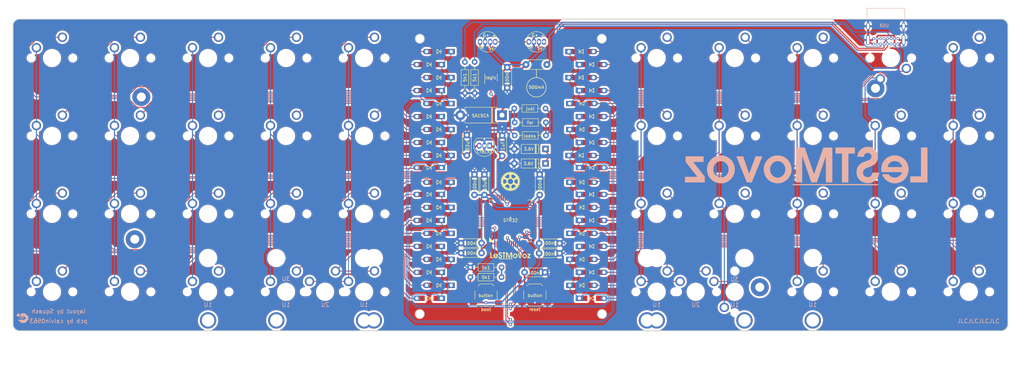
<source format=kicad_pcb>
(kicad_pcb (version 20221018) (generator pcbnew)
  (layers (0 "F.Cu" signal) (31 "B.Cu" signal) (34 "B.Paste" user) (35 "F.Paste" user) (36 "B.SilkS" user "B.Silkscreen") (37 "F.SilkS" user "F.Silkscreen") (38 "B.Mask" user) (39 "F.Mask" user) (44 "Edge.Cuts" user))
  (net 0 "")
  (net 1 "Net-(D11-A)")
  (net 2 "Net-(D12-A)")
  (net 3 "Net-(D13-A)")
  (net 4 "Net-(D14-A)")
  (net 5 "Net-(D15-A)")
  (net 6 "Net-(D16-A)")
  (net 7 "Net-(D17-A)")
  (net 8 "Net-(D18-A)")
  (net 9 "Net-(D19-A)")
  (net 10 "Net-(D20-A)")
  (net 11 "Net-(D21-A)")
  (net 12 "Net-(D22-A)")
  (net 13 "Net-(D23-A)")
  (net 14 "Net-(D24-A)")
  (net 15 "Net-(D25-A)")
  (net 16 "Net-(D26-A)")
  (net 17 "Net-(D27-A)")
  (net 18 "Net-(D28-A)")
  (net 19 "Net-(D29-A)")
  (net 20 "Net-(D30-A)")
  (net 21 "Net-(D31-A)")
  (net 22 "Net-(D1-A)")
  (net 23 "Net-(D32-A)")
  (net 24 "Net-(D2-A)")
  (net 25 "Net-(D33-A)")
  (net 26 "Net-(D3-A)")
  (net 27 "Net-(D34-A)")
  (net 28 "Net-(D4-A)")
  (net 29 "Net-(D35-A)")
  (net 30 "ROW0")
  (net 31 "Net-(D36-A)")
  (net 32 "Net-(D5-A)")
  (net 33 "Net-(D37-A)")
  (net 34 "Net-(D6-A)")
  (net 35 "Net-(D38-A)")
  (net 36 "Net-(D7-A)")
  (net 37 "Net-(D39-A)")
  (net 38 "Net-(D8-A)")
  (net 39 "Net-(D40-A)")
  (net 40 "Net-(D10-A)")
  (net 41 "+3V3")
  (net 42 "GND")
  (net 43 "NRST")
  (net 44 "+5V")
  (net 45 "VBUS")
  (net 46 "/CC1")
  (net 48 "/CC2")
  (net 50 "BOOT0")
  (net 51 "D_N")
  (net 52 "Net-(R1-Pad1)")
  (net 53 "Net-(D9-A)")
  (net 54 "ROW1")
  (net 55 "ROW2")
  (net 56 "ROW3")
  (net 89 "COL0")
  (net 90 "COL1")
  (net 91 "COL2")
  (net 92 "COL3")
  (net 93 "COL4")
  (net 94 "COL5")
  (net 95 "COL6")
  (net 96 "COL7")
  (net 97 "COL8")
  (net 98 "COL9")
  (net 101 "Net-(D44-DOUT)")
  (net 102 "RGBin")
  (net 104 "RGB MCU")
  (net 105 "Net-(R6-Pad2)")
  (net 106 "Net-(R1-Pad2)")
  (net 107 "D_P")
  (footprint "" (layer "F.Cu") (at 55.1375 42.8625)
    (fp_text reference "")
    (fp_text value "")
  )
  (footprint "kbd:D3_TH_SMD_v2" (layer "F.Cu") (at 162.54375 31.75)
    (fp_text reference "D6" hide)
    (fp_text value "D_Small" hide)
  )
  (footprint "PCM_marbastlib-various:SW_SPST_SKQG_WithStem" (layer "F.Cu") (at 151.2125 91.28125)
    (fp_text reference "RST1" hide)
    (fp_text value "SW_SPST")
  )
  (footprint "Resistor_THT:R_Axial_DIN0204_L3.6mm_D1.6mm_P7.62mm_Horizontal" (layer "F.Cu") (at 135.478264 84.517916)
    (fp_text reference "R7" hide)
    (fp_text value "5k1")
  )
  (footprint "Fuse:Fuse_Bourns_MF-RHT100" (layer "F.Cu") (at 154.15625 35.525 180)
    (fp_text reference "F1" hide)
    (fp_text value "500mA")
  )
  (footprint "Capacitor_THT:C_Disc_D4.3mm_W1.9mm_P5.00mm" (layer "F.Cu") (at 152.4 66.79375 90)
    (fp_text reference "C8" hide)
    (fp_text value "100nF")
  )
  (footprint "PCM_marbastlib-mx:SW_MX_1u" (layer "F.Cu") (at 90.4875 71.4375)
    (fp_text reference "MX24" hide)
    (fp_text value "MX_SW_solder")
  )
  (footprint "PCM_marbastlib-mx:SW_MX_1u" (layer "F.Cu") (at 257.175 33.3375)
    (fp_text reference "MX10" hide)
    (fp_text value "MX_SW_solder")
  )
  (footprint "Resistor_THT:R_Axial_DIN0204_L3.6mm_D1.6mm_P7.62mm_Horizontal" (layer "F.Cu") (at 136.525 34.29 -90)
    (fp_text reference "R4" hide)
    (fp_text value "5k1")
  )
  (footprint "PCM_marbastlib-mx:SW_MX_1u" (layer "F.Cu") (at 238.125 52.3875)
    (fp_text reference "MX19" hide)
    (fp_text value "MX_SW_solder")
  )
  (footprint "PCM_marbastlib-mx:SW_MX_1u" (layer "F.Cu") (at 109.5375 33.3375)
    (fp_text reference "MX5" hide)
    (fp_text value "MX_SW_solder")
  )
  (footprint "PCM_marbastlib-mx:SW_MX_1u" (layer "F.Cu") (at 180.975 33.3375)
    (fp_text reference "MX6" hide)
    (fp_text value "MX_SW_solder")
  )
  (footprint "kbd:D3_TH_SMD_v2" (layer "F.Cu") (at 125.4125 34.925 180)
    (fp_text reference "D4" hide)
    (fp_text value "D_Small" hide)
  )
  (footprint "PCM_marbastlib-mx:SW_MX_1u" (layer "F.Cu") (at 33.3375 71.4375)
    (fp_text reference "MX21" hide)
    (fp_text value "MX_SW_solder")
  )
  (footprint "MountingHole:MountingHole_2.2mm_M2_Pad" (layer "F.Cu") (at 234.3875 40.7365)
    (fp_text reference "H6")
    (fp_text value "MountingHole_Pad")
  )
  (footprint "PCM_marbastlib-mx:STAB_MX_P_2u" (layer "F.Cu") (at 190.5 90.4875 180)
    (fp_text reference "S1" hide)
    (fp_text value "2")
  )
  (footprint "Capacitor_THT:C_Disc_D4.3mm_W1.9mm_P5.00mm" (layer "F.Cu") (at 136.475 66.79375 90)
    (fp_text reference "C5" hide)
    (fp_text value "100nF")
  )
  (footprint "PCM_marbastlib-mx:SW_MX_1u" (layer "F.Cu") (at 90.4875 33.3375)
    (fp_text reference "MX4" hide)
    (fp_text value "MX_SW_solder")
  )
  (footprint "Capacitor_THT:C_Disc_D4.3mm_W1.9mm_P5.00mm" (layer "F.Cu") (at 138.211531 81.009836 180)
    (fp_text reference "C6" hide)
    (fp_text value "100nF")
  )
  (footprint "PCM_marbastlib-mx:SW_MX_1u" (layer "F.Cu") (at 180.975 90.4875)
    (fp_text reference "MX37" hide)
    (fp_text value "MX_SW_solder")
  )
  (footprint "PCM_marbastlib-mx:SW_MX_1u" (layer "F.Cu") (at 257.175 52.3875)
    (fp_text reference "MX20" hide)
    (fp_text value "MX_SW_solder")
  )
  (footprint "PCM_marbastlib-mx:STAB_MX_P_3u" (layer "F.Cu") (at 200.025 90.4875 180)
    (fp_text reference "S2" hide)
    (fp_text value "3")
  )
  (footprint "kbd:D3_TH_SMD_v2" (layer "F.Cu") (at 127.79375 50.8 180)
    (fp_text reference "D12" hide)
    (fp_text value "D_Small" hide)
  )
  (footprint "PCM_marbastlib-mx:SW_MX_1u" (layer "F.Cu") (at 200.025 71.4375)
    (fp_text reference "MX27" hide)
    (fp_text value "MX_SW_solder")
  )
  (footprint "PCM_marbastlib-mx:SW_MX_1u" (layer "F.Cu") (at 33.3375 33.3375)
    (fp_text reference "MX1" hide)
    (fp_text value "MX_SW_solder")
  )
  (footprint "PCM_marbastlib-mx:SW_MX_1u" (layer "F.Cu") (at 190.5 90.4875)
    (fp_text reference "MX38" hide)
    (fp_text value "MX_SW_solder")
  )
  (footprint "PCM_marbastlib-mx:SW_MX_1u" (layer "F.Cu") (at 52.3875 52.3875)
    (fp_text reference "MX12" hide)
    (fp_text value "MX_SW_solder")
  )
  (footprint "kbd:D3_TH_SMD_v2" (layer "F.Cu") (at 127.79375 38.1 180)
    (fp_text reference "D3" hide)
    (fp_text value "D_Small" hide)
  )
  (footprint "kbd:D3_TH_SMD_v2" (layer "F.Cu") (at 162.54375 38.1)
    (fp_text reference "D8" hide)
    (fp_text value "D_Small" hide)
  )
  (footprint "Resistor_THT:R_Axial_DIN0204_L3.6mm_D1.6mm_P7.62mm_Horizontal" (layer "F.Cu") (at 153.92875 49.08125 180)
    (fp_text reference "R3" hide)
    (fp_text value "75R")
  )
  (footprint "kbd:D3_TH_SMD_v2" (layer "F.Cu") (at 165.1 60.125)
    (fp_text reference "D16" hide)
    (fp_text value "D_Small" hide)
  )
  (footprint "PCM_marbastlib-mx:SW_MX_1u" (layer "F.Cu") (at 90.4875 90.4875)
    (fp_text reference "MX34" hide)
    (fp_text value "MX_SW_solder")
  )
  (footprint "Capacitor_THT:C_Disc_D4.3mm_W1.9mm_P5.00mm" (layer "F.Cu") (at 134.625429 52.15 -90)
    (fp_text reference "C1" hide)
    (fp_text value "0.33uF")
  )
  (footprint "kbd:D3_TH_SMD_v2" (layer "F.Cu") (at 165.1 41.275)
    (fp_text reference "D9" hide)
    (fp_text value "D_Small" hide)
  )
  (footprint "kbd:D3_TH_SMD_v2" (layer "F.Cu") (at 125.4125 66.675 180)
    (fp_text reference "D24" hide)
    (fp_text value "D_Small" hide)
  )
  (footprint "PCM_marbastlib-mx:SW_MX_1u" (layer "F.Cu") (at 238.125 90.4875)
    (fp_text reference "MX41" hide)
    (fp_text value "MX_SW_solder")
  )
  (footprint "kbd:D3_TH_SMD_v2" (layer "F.Cu") (at 165.1 85.725)
    (fp_text reference "D38" hide)
    (fp_text value "D_Small" hide)
  )
  (footprint "kbd:D3_TH_SMD_v2" (layer "F.Cu") (at 165.1 73.025)
    (fp_text reference "D29" hide)
    (fp_text value "D_Small" hide)
  )
  (footprint "Resistor_THT:R_Axial_DIN0204_L3.6mm_D1.6mm_P7.62mm_Horizontal" (layer "F.Cu") (at 134.14375 34.29 -90)
    (fp_text reference "R5" hide)
    (fp_text value "5k1")
  )
  (footprint "PCM_marbastlib-mx:SW_MX_1u" (layer "F.Cu") (at 219.075 71.4375)
    (fp_text reference "MX28" hide)
    (fp_text value "MX_SW_solder")
  )
  (footprint "PCM_marbastlib-mx:SW_MX_1u" (layer "F.Cu") (at 219.075 33.3375)
    (fp_text reference "MX8" hide)
    (fp_text value "MX_SW_solder")
  )
  (footprint "kbd:D3_TH_SMD_v2" (layer "F.Cu") (at 165.1 53.975)
    (fp_text reference "D18" hide)
    (fp_text value "D_Small" hide)
  )
  (footprint "PCM_marbastlib-mx:SW_MX_1u" (layer "F.Cu") (at 219.075 52.3875)
    (fp_text reference "MX18" hide)
    (fp_text value "MX_SW_solder")
  )
  (footprint "kbd:D3_TH_SMD_v2" (layer "F.Cu") (at 165.1 34.925)
    (fp_text reference "D7" hide)
    (fp_text value "D_Small" hide)
  )
  (footprint "kbd:D3_TH_SMD_v2" (layer "F.Cu") (at 127.79375 88.9 180)
    (fp_text reference "D34" hide)
    (fp_text value "D_Small" hide)
  )
  (footprint "kbd:D3_TH_SMD_v2" (layer "F.Cu") (at 165.1 47.625)
    (fp_text reference "D20" hide)
    (fp_text value "D_Small" hide)
  )
  (footprint "PCM_marbastlib-mx:SW_MX_1u" (layer "F.Cu") (at 71.4375 90.4875)
    (fp_text reference "MX33" hide)
    (fp_text value "MX_SW_solder")
  )
  (footprint "kbd:D3_TH_SMD_v2" (layer "F.Cu") (at 125.4125 53.975 180)
    (fp_text reference "D13" hide)
    (fp_text value "D_Small" hide)
  )
  (footprint "Diode_THT:D_DO-15_P10.16mm_Horizontal" (layer "F.Cu") (at 143.1925 47.300966 180)
    (fp_text reference "D41" hide)
    (fp_text value "SA15CA")
  )
  (footprint "Resistor_THT:R_Axial_DIN0204_L3.6mm_D1.6mm_P7.62mm_Horizontal" (layer "F.Cu") (at 153.92875 52.25625 180)
    (fp_text reference "R2" hide)
    (fp_text value "75R")
  )
  (footprint "kbd:D3_TH_SMD_v2" (layer "F.Cu") (at 125.4125 60.125 180)
    (fp_text reference "D15" hide)
    (fp_text value "D_Small" hide)
  )
  (footprint "PCM_marbastlib-mx:SW_MX_1u" (layer "F.Cu") (at 71.4375 71.4375)
    (fp_text reference "MX23" hide)
    (fp_text value "MX_SW_solder")
  )
  (footprint "kbd:D3_TH_SMD_v2" (layer "F.Cu") (at 125.4125 85.725 180)
    (fp_text reference "D33" hide)
    (fp_text value "D_Small" hide)
  )
  (footprint "Resistor_THT:R_Axial_DIN0204_L3.6mm_D1.6mm_P7.62mm_Horizontal" (layer "F.Cu") (at 153.82875 45.6625 180)
    (fp_text reference "R1" hide)
    (fp_text value "1.5k")
  )
  (footprint "kbd:D3_TH_SMD_v2" (layer "F.Cu") (at 162.71875 44.45)
    (fp_text reference "D10" hide)
    (fp_text value "D_Small" hide)
  )
  (footprint "kbd:D3_TH_SMD_v2" (layer "F.Cu") (at 165.1 92.075)
    (fp_text reference "D36" hide)
    (fp_text value "D_Small" hide)
  )
  (footprint "PCM_marbastlib-mx:SW_MX_1u" (layer "F.Cu") (at 90.4875 52.3875)
    (fp_text reference "MX14" hide)
    (fp_text value "MX_SW_solder")
  )
  (footprint "kbd:D3_TH_SMD_v2" (layer "F.Cu") (at 162.71875 50.8)
    (fp_text reference "D19" hide)
    (fp_text value "D_Small" hide)
  )
  (footprint "Diode_THT:D_DO-35_SOD27_P7.62mm_Horizontal" (layer "F.Cu") (at 153.82875 59.1125 180)
    (fp_text reference "D43" hide)
    (fp_text value "3.6V")
  )
  (footprint "LOGO" (layer "F.Cu") (at 145.25625 81.55)
    (fp_text reference "G***" hide)
    (fp_text value "LOGO" hide)
  )
  (footprint "kbd:D3_TH_SMD_v2" (layer "F.Cu") (at 127.79375 31.75 180)
    (fp_text reference "D5" hide)
    (fp_text value "D_Small" hide)
  )
  (footprint "Package_TO_SOT_THT:TO-92_Inline" (layer "F.Cu") (at 140.17625 54.76875 180)
    (fp_text reference "U2" hide)
    (fp_text value "L78L33_TO92")
  )
  (footprint "Capacitor_THT:C_Disc_D4.3mm_W1.9mm_P5.00mm" (layer "F.Cu") (at 138.90625 66.79375 90)
    (fp_text reference "C10" hide)
    (fp_text value "10uF")
  )
  (footprint "PCM_marbastlib-mx:STAB_MX_P_3u" (layer "F.Cu") (at 90.4875 90.4875 180)
    (fp_text reference "S3" hide)
    (fp_text value "3")
  )
  (footprint "kbd:D3_TH_SMD_v2" (layer "F.Cu") (at 127.79375 69.85 180)
    (fp_text reference "D23" hide)
    (fp_text value "D_Small" hide)
  )
  (footprint "PCM_marbastlib-mx:SW_MX_1u" (layer "F.Cu") (at 200.025 52.3875)
    (fp_text reference "MX17" hide)
    (fp_text value "MX_SW_solder")
  )
  (footprint "kbd:D3_TH_SMD_v2" (layer "F.Cu") (at 165.1 66.675)
    (fp_text reference "D27" hide)
    (fp_text value "D_Small" hide)
  )
  (footprint "kbd:D3_TH_SMD_v2" (layer "F.Cu") (at 125.4125 41.275 180)
    (fp_text reference "D2" hide)
    (fp_text value "D_Small" hide)
  )
  (footprint "Capacitor_THT:C_Disc_D4.3mm_W1.9mm_P5.00mm" (layer "F.Cu") (at 152.268053 78.635515)
    (fp_text reference "C9" hide)
    (fp_text value "100nF")
  )
  (footprint "PCM_marbastlib-mx:SW_MX_1u" (layer "F.Cu") (at 180.975 52.3875)
    (fp_text reference "MX16" hide)
    (fp_text value "MX_SW_solder")
  )
  (footprint "kbd:D3_TH_SMD_v2" (layer "F.Cu") (at 162.71875 82.55)
    (fp_text reference "D39" hide)
    (fp_text value "D_Small" hide)
  )
  (footprint "kbd:D3_TH_SMD_v2" (layer "F.Cu") (at 162.54375 57.15)
    (fp_text reference "D17" hide)
    (fp_text value "D_Small" hide)
  )
  (footprint "PCM_marbastlib-mx:SW_MX_1u" (layer "F.Cu") (at 33.3375 90.4875)
    (fp_text reference "MX31" hide)
    (fp_text value "MX_SW_solder")
  )
  (footprint "PCM_marbastlib-mx:STAB_MX_P_2u" (layer "F.Cu") (at 100.0125 90.4875 180)
    (fp_text reference "S4" hide)
    (fp_text value "2")
  )
  (footprint "kbd:D3_TH_SMD_v2" (layer "F.Cu") (at 165.1 79.375)
    (fp_text reference "D40" hide)
    (fp_text value "D_Small" hide)
  )
  (footprint "PCM_marbastlib-mx:SW_MX_1u" (layer "F.Cu") (at 180.975 71.4375)
    (fp_text reference "MX26" hide)
    (fp_text value "MX_SW_solder")
  )
  (footprint "kbd:D3_TH_SMD_v2" (layer "F.Cu") (at 127.79375 44.45 180)
    (fp_text reference "D1" hide)
    (fp_text value "D_Small" hide)
  )
  (footprint "Resistor_THT:R_Axial_DIN0204_L3.6mm_D1.6mm_P7.62mm_Horizontal" (layer "F.Cu") (at 135.478264 86.899166)
    (fp_text reference "R6" hide)
    (fp_text value "5k1")
  )
  (footprint "kbd:D3_TH_SMD_v2" (layer "F.Cu") (at 162.71875 76.2)
    (fp_text reference "D30" hide)
    (fp_text value "D_Small" hide)
  )
  (footprint "Capacitor_THT:C_Disc_D4.3mm_W1.9mm_P5.00mm" (layer "F.Cu") (at 138.211531 78.578586 180)
    (fp_text reference "C7" hide)
    (fp_text value "100nF")
  )
  (footprint "PCM_marbastlib-mx:SW_MX_1u" (layer "F.Cu") (at 52.3875 90.4875)
    (fp_text reference "MX32" hide)
    (fp_text value "MX_SW_solder")
  )
  (footprint "Package_TO_SOT_SMD:TSOT-23-5_HandSoldering" (layer "F.Cu") (at 140.49375 38.1 90)
    (fp_text reference "U3" hide)
    (fp_text value "74AHCT1G125")
  )
  (footprint "LOGO" (layer "F.Cu") (at 145.25625 63.5)
    (fp_text reference "G***" hide)
    (fp_text value "LOGO" hide)
  )
  (footprint "kbd:D3_TH_SMD_v2" (layer "F.Cu") (at 125.4125 79.375 180)
    (fp_text reference "D31" hide)
    (fp_text value "D_Small" hide)
  )
  (footprint "PCM_marbastlib-mx:SW_MX_1u" (layer "F.Cu") (at 71.4375 33.3375)
    (fp_text reference "MX3" hide)
    (fp_text value "MX_SW_solder")
  )
  (footprint "kbd:D3_TH_SMD_v2" (layer "F.Cu") (at 162.71875 69.85)
    (fp_text reference "D28" hide)
    (fp_text value "D_Small" hide)
  )
  (footprint "PCM_marbastlib-mx:SW_MX_1u" (layer "F.Cu") (at 238.125 71.4375)
    (fp_text reference "MX29" hide)
    (fp_text value "MX_SW_solder")
  )
  (footprint "PCM_marbastlib-mx:SW_MX_1u" (layer "F.Cu") (at 200.025 90.4875 90)
    (fp_text reference "MX39" hide)
    (fp_text value "MX_SW_solder")
  )
  (footprint "kbd:D3_TH_SMD_v2" (layer "F.Cu") (at 125.4125 47.625 180)
    (fp_text reference "D11" hide)
    (fp_text value "D_Small" hide)
  )
  (footprint "PCM_marbastlib-mx:SW_MX_1u" (layer "F.Cu") (at 200.025 33.3375)
    (fp_text reference "MX7" hide)
    (fp_text value "MX_SW_solder")
  )
  (footprint "PCM_marbastlib-mx:SW_MX_1u" (layer "F.Cu") (at 52.3875 71.4375)
    (fp_text reference "MX22" hide)
    (fp_text value "MX_SW_solder")
  )
  (footprint "PCM_marbastlib-mx:SW_MX_1u" (layer "F.Cu") (at 238.125 33.3375 180)
    (fp_text reference "MX9" hide)
    (fp_text value "MX_SW_solder")
  )
  (footprint "Diode_THT:D_DO-35_SOD27_P7.62mm_Horizontal" (layer "F.Cu") (at 153.82875 55.5625 180)
    (fp_text reference "D42" hide)
    (fp_text value "3.6V")
  )
  (footprint "Capacitor_THT:C_Disc_D4.3mm_W1.9mm_P5.00mm" (layer "F.Cu") (at 148.7125 85.725)
    (fp_text reference "C3" hide)
    (fp_text value "100nF")
  )
  (footprint "kbd:D3_TH_SMD_v2" (layer "F.Cu") (at 162.71875 88.9)
    (fp_text reference "D37" hide)
    (fp_text value "D_Small" hide)
  )
  (footprint "kbd:D3_TH_SMD_v2" (layer "F.Cu") (at 127.79375 76.2 180)
    (fp_text reference "D21" hide)
    (fp_text value "D_Small" hide)
  )
  (footprint "Capacitor_THT:C_Disc_D4.3mm_W1.9mm_P5.00mm" (layer "F.Cu") (at 152.268053 81.066765)
    (fp_text reference "C4" hide)
    (fp_text value "100nF")
  )
  (footprint "PCM_marbastlib-mx:SW_MX_1u" (layer "F.Cu") (at 109.5375 52.3875)
    (fp_text reference "MX15" hide)
    (fp_text value "MX_SW_solder")
  )
  (footprint "" (layer "F.Cu") (at 206.1375 89.3715)
    (fp_text reference "")
    (fp_text value "")
  )
  (footprint "" (layer "F.Cu") (at 53.5375 77.6365)
    (fp_text reference "")
    (fp_text value "")
  )
  (footprint "PCM_marbastlib-mx:SW_MX_1u" (layer "F.Cu") (at 109.5375 71.4375)
    (fp_text reference "MX25" hide)
    (fp_text value "MX_SW_solder")
  )
  (footprint "PCM_marbastlib-mx:SW_MX_1u" (layer "F.Cu") (at 100.0125 90.4875)
    (fp_text reference "MX36" hide)
    (fp_text value "MX_SW_solder")
  )
  (footprint "PCM_marbastlib-mx:SW_MX_1u" (layer "F.Cu") (at 71.4375 52.3875)
    (fp_text reference "MX13" hide)
    (fp_text value "MX_SW_solder")
  )
  (footprint "Package_QFP:LQFP-64_10x10mm_P0.5mm" (layer "F.Cu") (at 145.25625 73.15309 90)
    (fp_text reference "U1" hide)
    (fp_text value "STM32F072RBTx")
  )
  (footprint "PCM_marbastlib-mx:SW_MX_1u" (layer "F.Cu") (at 219.075 90.4875)
    (fp_text reference "MX40" hide)
    (fp_text value "MX_SW_solder")
  )
  (footprint "kbd:D3_TH_SMD_v2" (layer "F.Cu") (at 127.79375 63.7 180)
    (fp_text reference "D25" hide)
    (fp_text value "D_Small" hide)
  )
  (footprint "kbd:D3_TH_SMD_v2" (layer "F.Cu") (at 125.4125 73.025 180)
    (fp_text reference "D22" hide)
    (fp_text value "D_Small" hide)
  )
  (footprint "Capacitor_THT:C_Disc_D4.3mm_W1.9mm_P5.00mm" (layer "F.Cu") (at 144.4625 35.6 -90)
    (fp_text reference "C12" hide)
    (fp_text value "100nF")
  )
  (footprint "PCM_marbastlib-mx:SW_MX_1u" (layer "F.Cu") (at 52.3875 33.3375)
    (fp_text reference "MX2" hide)
    (fp_text value "MX_SW_solder")
  )
  (footprint "kbd:D3_TH_SMD_v2" (layer "F.Cu") (at 127.79375 82.55 180)
    (fp_text reference "D32" hide)
    (fp_text value "D_Small" hide)
  )
  (footprint "PCM_marbastlib-mx:SW_MX_1u" (layer "F.Cu") (at 33.3375 52.3875)
    (fp_text reference "MX11" hide)
    (fp_text value "MX_SW_solder")
  )
  (footprint "PCM_marbastlib-mx:SW_MX_1u" (layer "F.Cu") (at 257.175 90.4875)
    (fp_text reference "MX42" hide)
    (fp_text value "MX_SW_solder")
  )
  (footprint "PCM_marbastlib-mx:SW_MX_1u" (layer "F.Cu") (at 257.175 71.4375)
    (fp_text reference "MX30" hide)
    (fp_text value "MX_SW_solder")
  )
  (footprint "PCM_marbastlib-mx:SW_MX_1u" (layer "F.Cu") (at 109.5375 90.4875)
    (fp_text reference "MX35" hide)
    (fp_text value "MX_SW_solder")
  )
  (footprint "Capacitor_THT:C_Disc_D4.3mm_W1.9mm_P5.00mm" (layer "F.Cu") (at 143.250429 52.27686 -90)
    (fp_text reference "C2" hide)
    (fp_text value "1uF")
  )
  (footprint "kbd:D3_TH_SMD_v2" (layer "F.Cu") (at 127.79375 57.15 180)
    (fp_text reference "D14" hide)
    (fp_text value "D_Small" hide)
  )
  (footprint "PCM_marbastlib-various:SW_SPST_SKQG_WithStem" (layer "F.Cu") (at 139.3 91.28125 180)
    (fp_text reference "SW1" hide)
    (fp_text value "SKQGABE010")
  )
  (footprint "kbd:D3_TH_SMD_v2" (layer "F.Cu") (at 125.4125 92.075 180)
    (fp_text reference "D35" hide)
    (fp_text value "D_Small" hide)
  )
  (footprint "kbd:D3_TH_SMD_v2" (layer "F.Cu") (at 162.71875 63.7)
    (fp_text reference "D26" hide)
    (fp_text value "D_Small" hide)
  )
  (footprint "kbd:NeoPixel_bulb_5mm_Adafruit_1938" (layer "B.Cu") (at 139.7 29.36875)
    (fp_text reference "D44" hide)
    (fp_text value "WS2812D-F5 ")
  )
  (footprint "LOGO" (layer "B.Cu") (at 217.4875 59.53125 180)
    (fp_text reference "G***" hide)
    (fp_text value "LOGO" hide)
  )
  (footprint "kbd:NeoPixel_bulb_5mm_Adafruit_1938" (layer "B.Cu") (at 151.60625 29.36875)
    (fp_text reference "D45" hide)
    (fp_text value "WS2812D-F5 ")
  )
  (footprint "Connector_USB:USB_C_Receptacle_GCT_USB4085" (layer "B.Cu") (at 233.938179 29.91875)
    (fp_text reference "J1" hide)
    (fp_text value "USB_C_Receptacle_USB2.0")
  )
  (footprint "LOGO" (layer "B.Cu") (at 26.19375 96.8375 180)
    (fp_text reference "G***" hide)
    (fp_text value "LOGO" hide)
  )
  (gr_line (start 214.3125 64.29375) (end 234.95 64.29375) (stroke (width 0.3)) (layer "B.SilkS"))
  (gr_poly (pts (xy 140.14625 78.26309) (xy 140.14625 77.31309) (xy 141.09625 78.26309)) (stroke (width 0.15)) (fill solid) (layer "F.SilkS"))
  (gr_circle (center 151.60625 40.48125) (end 151.60625 42.8625) (stroke (width 0.15)) (fill none) (layer "F.SilkS"))
  (gr_line (start 151.60625 38.1) (end 151.60625 36.116) (stroke (width 0.15)) (layer "F.SilkS"))
  (gr_line (start 142.5 82.44375) (end 145.7 82.44375) (stroke (width 0.15)) (layer "F.SilkS"))
  (gr_arc (start 23.8125 25.4) (mid 24.277497 24.277497) (end 25.4 23.8125) (stroke (width 0.2)) (layer "Edge.Cuts"))
  (gr_line (start 266.7 25.4) (end 266.7 98.425) (stroke (width 0.2)) (layer "Edge.Cuts"))
  (gr_line (start 265.1125 100.0125) (end 25.4 100.0125) (stroke (width 0.2)) (layer "Edge.Cuts"))
  (gr_circle locked (center 167.6278 95.9235) (end 168.7278 95.9235) (stroke (width 0.2)) (fill none) (layer "Edge.Cuts"))
  (gr_arc (start 266.7 98.425) (mid 266.235044 99.547566) (end 265.1125 100.0125) (stroke (width 0.2)) (layer "Edge.Cuts"))
  (gr_arc (start 25.4 100.0125) (mid 24.277468 99.547532) (end 23.8125 98.425) (stroke (width 0.2)) (layer "Edge.Cuts"))
  (gr_circle locked (center 123.1143 95.9235) (end 124.2143 95.9235) (stroke (width 0.2)) (fill none) (layer "Edge.Cuts"))
  (gr_line (start 25.4 23.8125) (end 265.1125 23.8125) (stroke (width 0.2)) (layer "Edge.Cuts"))
  (gr_line (start 23.8125 25.4) (end 23.8125 98.425) (stroke (width 0.2)) (layer "Edge.Cuts"))
  (gr_circle locked (center 123.1397 28.6135) (end 124.2397 28.6135) (stroke (width 0.2)) (fill none) (layer "Edge.Cuts"))
  (gr_arc (start 265.1125 23.8125) (mid 266.235035 24.27748) (end 266.7 25.4) (stroke (width 0.2)) (layer "Edge.Cuts"))
  (gr_circle locked (center 167.568 28.6135) (end 168.668 28.6135) (stroke (width 0.2)) (fill none) (layer "Edge.Cuts"))
  (gr_text "3U" (at 90.4875 87.3125) (layer "B.SilkS") (effects (font (size 1 1)) (justify mirror)))
  (gr_text "2U" (at 100.0125 93.6625) (layer "B.SilkS") (effects (font (size 1 1)) (justify mirror)))
  (gr_text "1U" (at 109.5375 93.6625) (layer "B.SilkS") (effects (font (size 1 1)) (justify mirror)))
  (gr_text "1U" (at 180.975 93.6625) (layer "B.SilkS") (effects (font (size 1 1)) (justify mirror)))
  (gr_text "layout by Squash" (at 34.925 95.25) (layer "B.SilkS") (effects (font (size 1 1)) (justify mirror)))
  (gr_text "USB" (at 236.5375 25.4) (layer "B.SilkS") (effects (font (size 0.75 0.75) (thickness 0.125) bold) (justify mirror)))
  (gr_text "2U" (at 190.5 93.6625) (layer "B.SilkS") (effects (font (size 1 1)) (justify mirror)))
  (gr_text "1U" (at 90.4875 93.6625) (layer "B.SilkS") (effects (font (size 1 1)) (justify mirror)))
  (gr_text "pcb by calvin0563\n" (at 34.925 97.63125) (layer "B.SilkS") (effects (font (size 1 1)) (justify mirror)))
  (gr_text "1U" (at 219.075 93.6625) (layer "B.SilkS") (effects (font (size 1 1)) (justify mirror)))
  (gr_text "1U" (at 200.025 93.6625) (layer "B.SilkS") (effects (font (size 1 1)) (justify mirror)))
  (gr_text "3U" (at 200.024999 87.454823) (layer "B.SilkS") (effects (font (size 1 1)) (justify mirror)))
  (gr_text "JLCJLCJLCJLC" (at 259.55625 97.63125) (layer "B.SilkS") (effects (font (size 1 1))))
  (gr_text "1U" (at 71.4375 93.6625) (layer "B.SilkS") (effects (font (size 1 1)) (justify mirror)))
  (gr_text "5k1" (at 139.294211 84.621946) (layer "F.SilkS") (effects (font (size 0.75 0.75) (thickness 0.125) bold)))
  (gr_text "500mA" (at 151.60625 40.48125) (layer "F.SilkS") (effects (font (size 0.75 0.75) (thickness 0.125) bold)))
  (gr_text "just" (at 150.092349 45.706031) (layer "F.SilkS") (effects (font (size 0.75 0.75) (thickness 0.125) bold)))
  (gr_text "5k1" (at 136.525 38.1 90) (layer "F.SilkS") (effects (font (size 0.8 0.8) (thickness 0.125))))
  (gr_text "reset\n" (at 151.218121 94.780333) (layer "F.SilkS") (effects (font (size 0.75 0.75) (thickness 0.125) bold)))
  (gr_text "100nF" (at 154.778444 81.226148) (layer "F.SilkS") (effects (font (size 0.75 0.75) (thickness 0.125) bold)))
  (gr_text "STM32" (at 145.25625 73.025) (layer "F.SilkS") (effects (font (size 0.75 0.75) (thickness 0.125) bold)))
  (gr_text "1uF" (at 143.395389 54.76875 90) (layer "F.SilkS") (effects (font (size 0.8 0.8) (thickness 0.125))))
  (gr_text "100nF" (at 135.718053 81.026545) (layer "F.SilkS") (effects (font (size 0.75 0.75) (thickness 0.125) bold)))
  (gr_text "100nF" (at 151.228179 85.874439) (layer "F.SilkS") (effects (font (size 0.75 0.75) (thickness 0.125) bold)))
  (gr_text ".33uF" (at 134.801426 54.739417 90) (layer "F.SilkS") (effects (font (size 0.8 0.8) (thickness 0.125))))
  (gr_text "button" (at 151.251661 91.37284) (layer "F.SilkS") (effects (font (size 0.75 0.75) (thickness 0.125) bold)))
  (gr_text "for" (at 150.109252 49.115071) (layer "F.SilkS") (effects (font (size 0.75 0.75) (thickness 0.125) bold)))
  (gr_text "100nF" (at 154.78125 78.58125) (layer "F.SilkS") (effects (font (size 0.75 0.75) (thickness 0.125) bold)))
  (gr_text "100nF" (at 152.482887 64.290932 90) (layer "F.SilkS") (effects (font (size 0.75 0.75) (thickness 0.125) bold)))
  (gr_text "100nF" (at 135.718053 78.635515) (layer "F.SilkS") (effects (font (size 0.75 0.75) (thickness 0.125) bold)))
  (gr_text "3.6V" (at 149.738818 55.5625) (layer "F.SilkS") (effects (font (size 0.75 0.75) (thickness 0.125) bold)))
  (gr_text "logic" (at 140.49375 38.1) (layer "F.SilkS") (effects (font (size 0.75 0.75) (thickness 0.125) bold)))
  (gr_text "button" (at 139.224343 91.39549) (layer "F.SilkS") (effects (font (size 0.75 0.75) (thickness 0.125) bold)))
  (gr_text "boot" (at 139.301495 94.801681) (layer "F.SilkS") (effects (font (size 0.75 0.75) (thickness 0.125) bold)))
  (gr_text "100nF" (at 144.4625 38.1 90) (layer "F.SilkS") (effects (font (size 0.75 0.75) (thickness 0.125) bold)))
  (gr_text "SA15CA" (at 137.923928 47.425) (layer "F.SilkS") (effects (font (size 0.75 0.75) (thickness 0.125) bold)))
  (gr_text "looks" (at 149.960011 52.393141) (layer "F.SilkS") (effects (font (size 0.75 0.75) (thickness 0.125) bold)))
  (gr_text "3.6V" (at 149.652232 59.149613) (layer "F.SilkS") (effects (font (size 0.75 0.75) (thickness 0.125) bold)))
  (gr_text "100nF" (at 136.560107 64.307117 90) (layer "F.SilkS") (effects (font (size 0.75 0.75) (thickness 0.125) bold)))
  (gr_text "5k1" (at 139.306615 86.962515) (layer "F.SilkS") (effects (font (size 0.75 0.75) (thickness 0.125) bold)))
  (gr_text "L78L33" (at 138.8791 56.2748) (layer "F.SilkS") (effects (font (size 0.7 0.7) (thickness 0.125) bold)))
  (gr_text "5k1" (at 134.14375 38.1 90) (layer "F.SilkS") (effects (font (size 0.8 0.8) (thickness 0.125))))
  (gr_text "10uF" (at 139.016534 64.317389 90) (layer "F.SilkS") (effects (font (size 0.8 0.8) (thickness 0.125))))
  (segment (start 39.9225 43.2625) (end 35.8775 47.3075) (width 0.2) (layer "F.Cu") (net 1))
  (segment (start 58.3375 43.2625) (end 115.603308 43.2625) (width 0.2) (layer "F.Cu") (net 1))
  (segment (start 56.2375 45.3625) (end 54.101966 45.3625) (width 0.2) (layer "F.Cu") (net 1))
  (segment (start 119.965806 47.625) (end 122.4125 47.625) (width 0.2) (layer "F.Cu") (net 1))
  (segment (start 58.3375 43.2625) (end 56.2375 45.3625) (width 0.2) (layer "F.Cu") (net 1))
  (segment (start 52.001966 43.2625) (end 39.9225 43.2625) (width 0.2) (layer "F.Cu") (net 1))
  (segment (start 115.603308 43.2625) (end 119.965806 47.625) (width 0.2) (layer "F.Cu") (net 1))
  (segment (start 54.101966 45.3625) (end 52.001966 43.2625) (width 0.2) (layer "F.Cu") (net 1))
  (segment (start 54.9275 47.3075) (end 58.5725 43.6625) (width 0.2) (layer "F.Cu") (net 2))
  (segment (start 118.275 46.49988) (end 118.275 49.2125) (width 0.2) (layer "F.Cu") (net 2))
  (segment (start 58.5725 43.6625) (end 115.437622 43.6625) (width 0.2) (layer "F.Cu") (net 2))
  (segment (start 119.8625 50.8) (end 124.79375 50.8) (width 0.2) (layer "F.Cu") (net 2))
  (segment (start 118.275 49.2125) (end 119.8625 50.8) (width 0.2) (layer "F.Cu") (net 2))
  (segment (start 115.437622 43.6625) (end 118.275 46.49988) (width 0.2) (layer "F.Cu") (net 2))
  (segment (start 73.9775 47.3075) (end 77.2225 44.0625) (width 0.2) (layer "F.Cu") (net 3))
  (segment (start 77.2225 44.0625) (end 115.271936 44.0625) (width 0.2) (layer "F.Cu") (net 3))
  (segment (start 115.271936 44.0625) (end 117.875 46.665565) (width 0.2) (layer "F.Cu") (net 3))
  (segment (start 117.875 52.7875) (end 119.0625 53.975) (width 0.2) (layer "F.Cu") (net 3))
  (segment (start 119.0625 53.975) (end 122.4125 53.975) (width 0.2) (layer "F.Cu") (net 3))
  (segment (start 117.875 46.665565) (end 117.875 52.7875) (width 0.2) (layer "F.Cu") (net 3))
  (segment (start 117.475 46.83125) (end 117.475 55.5625) (width 0.2) (layer "F.Cu") (net 4))
  (segment (start 95.8725 44.4625) (end 115.10625 44.4625) (width 0.2) (layer "F.Cu") (net 4))
  (segment (start 117.475 55.5625) (end 119.0625 57.15) (width 0.2) (layer "F.Cu") (net 4))
  (segment (start 115.10625 44.4625) (end 117.475 46.83125) (width 0.2) (layer "F.Cu") (net 4))
  (segment (start 119.0625 57.15) (end 124.79375 57.15) (width 0.2) (layer "F.Cu") (net 4))
  (segment (start 93.0275 47.3075) (end 95.8725 44.4625) (width 0.2) (layer "F.Cu") (net 4))
  (segment (start 117.075 46.996936) (end 117.075 58.3375) (width 0.2) (layer "F.Cu") (net 5))
  (segment (start 114.940564 44.8625) (end 117.075 46.996936) (width 0.2) (layer "F.Cu") (net 5))
  (segment (start 112.0775 47.3075) (end 114.5225 44.8625) (width 0.2) (layer "F.Cu") (net 5))
  (segment (start 119.0625 60.325) (end 122.4125 60.325) (width 0.2) (layer "F.Cu") (net 5))
  (segment (start 114.5225 44.8625) (end 114.940564 44.8625) (width 0.2) (layer "F.Cu") (net 5))
  (segment (start 117.075 58.3375) (end 119.0625 60.325) (width 0.2) (layer "F.Cu") (net 5))
  (segment (start 173.0375 60.325) (end 168.1 60.325) (width 0.2) (layer "F.Cu") (net 6))
  (segment (start 174.23125 59.13125) (end 173.0375 60.325) (width 0.2) (layer "F.Cu") (net 6))
  (segment (start 175.584436 44.8625) (end 174.23125 46.215686) (width 0.2) (layer "F.Cu") (net 6))
  (segment (start 174.23125 46.215686) (end 174.23125 59.13125) (width 0.2) (layer "F.Cu") (net 6))
  (segment (start 183.515 47.3075) (end 181.07 44.8625) (width 0.2) (layer "F.Cu") (net 6))
  (segment (start 181.07 44.8625) (end 175.584436 44.8625) (width 0.2) (layer "F.Cu") (net 6))
  (segment (start 173.83125 46.05) (end 173.83125 55.5625) (width 0.2) (layer "F.Cu") (net 7))
  (segment (start 175.41875 44.4625) (end 199.72 44.4625) (width 0.2) (layer "F.Cu") (net 7))
  (segment (start 172.24375 57.15) (end 165.54375 57.15) (width 0.2) (layer "F.Cu") (net 7))
  (segment (start 175.41875 44.4625) (end 173.83125 46.05) (width 0.2) (layer "F.Cu") (net 7))
  (segment (start 173.83125 55.5625) (end 172.24375 57.15) (width 0.2) (layer "F.Cu") (net 7))
  (segment (start 202.565 47.3075) (end 199.72 44.4625) (width 0.2) (layer "F.Cu") (net 7))
  (segment (start 172.24375 53.975) (end 167.30625 53.975) (width 0.2) (layer "F.Cu") (net 8))
  (segment (start 221.615 47.3075) (end 218.37 44.0625) (width 0.2) (layer "F.Cu") (net 8))
  (segment (start 175.253064 44.0625) (end 218.37 44.0625) (width 0.2) (layer "F.Cu") (net 8))
  (segment (start 175.253064 44.0625) (end 173.43125 45.884315) (width 0.2) (layer "F.Cu") (net 8))
  (segment (start 173.43125 45.884315) (end 173.43125 52.7875) (width 0.2) (layer "F.Cu") (net 8))
  (segment (start 173.43125 52.7875) (end 172.24375 53.975) (width 0.2) (layer "F.Cu") (net 8))
  (segment (start 175.087378 43.6625) (end 237.02 43.6625) (width 0.2) (layer "F.Cu") (net 9))
  (segment (start 173.03125 45.71863) (end 173.03125 50.0125) (width 0.2) (layer "F.Cu") (net 9))
  (segment (start 173.03125 50.0125) (end 172.24375 50.8) (width 0.2) (layer "F.Cu") (net 9))
  (segment (start 172.24375 50.8) (end 165.71875 50.8) (width 0.2) (layer "F.Cu") (net 9))
  (segment (start 175.087378 43.6625) (end 173.03125 45.71863) (width 0.2) (layer "F.Cu") (net 9))
  (segment (start 240.665 47.3075) (end 237.02 43.6625) (width 0.2) (layer "F.Cu") (net 9))
  (segment (start 174.921692 43.2625) (end 255.67 43.2625) (width 0.2) (layer "F.Cu") (net 10))
  (segment (start 170.559195 47.625) (end 174.921692 43.2625) (width 0.2) (layer "F.Cu") (net 10))
  (segment (start 168.1 47.625) (end 170.559195 47.625) (width 0.2) (layer "F.Cu") (net 10))
  (segment (start 259.715 47.3075) (end 255.67 43.2625) (width 0.2) (layer "F.Cu") (net 10))
  (segment (start 119.0625 76.2) (end 124.79375 76.2) (width 0.2) (layer "F.Cu") (net 11))
  (segment (start 117.3739 77.8886) (end 119.0625 76.2) (width 0.2) (layer "F.Cu") (net 11))
  (segment (start 68.687354 80.5365) (end 71.335256 77.8886) (width 0.2) (layer "F.Cu") (net 11))
  (segment (start 35.8775 66.3575) (end 30.01689 66.3575) (width 0.2) (layer "F.Cu") (net 11))
  (segment (start 28.94275 80.5365) (end 68.687354 80.5365) (width 0.2) (layer "F.Cu") (net 11))
  (segment (start 71.335256 77.8886) (end 117.3739 77.8886) (width 0.2) (layer "F.Cu") (net 11))
  (segment (start 26.9875 78.58125) (end 28.94275 80.5365) (width 0.2) (layer "F.Cu") (net 11))
  (segment (start 30.01689 66.3575) (end 26.9875 69.38689) (width 0.2) (layer "F.Cu") (net 11))
  (segment (start 26.9875 69.38689) (end 26.9875 78.58125) (width 0.2) (layer "F.Cu") (net 11))
  (segment (start 89.598745 77.473071) (end 89.614274 77.4886) (width 0.2) (layer "F.Cu") (net 12))
  (segment (start 49.06689 66.3575) (end 46.0375 69.38689) (width 0.2) (layer "F.Cu") (net 12))
  (segment (start 120.65 73.025) (end 122.4125 73.025) (width 0.2) (layer "F.Cu") (net 12))
  (segment (start 54.9275 66.3575) (end 49.06689 66.3575) (width 0.2) (layer "F.Cu") (net 12))
  (segment (start 46.0375 77.7875) (end 48.3865 80.1365) (width 0.2) (layer "F.Cu") (net 12))
  (segment (start 68.521668 80.1365) (end 71.1851 77.473071) (width 0.2) (layer "F.Cu") (net 12))
  (segment (start 48.3865 80.1365) (end 68.521668 80.1365) (width 0.2) (layer "F.Cu") (net 12))
  (segment (start 119.0625 75.634314) (end 119.0625 74.6125) (width 0.2) (layer "F.Cu") (net 12))
  (segment (start 71.1851 77.473071) (end 89.598745 77.473071) (width 0.2) (layer "F.Cu") (net 12))
  (segment (start 46.0375 69.38689) (end 46.0375 77.7875) (width 0.2) (layer "F.Cu") (net 12))
  (segment (start 89.614274 77.4886) (end 117.208214 77.4886) (width 0.2) (layer "F.Cu") (net 12))
  (segment (start 119.0625 74.6125) (end 120.65 73.025) (width 0.2) (layer "F.Cu") (net 12))
  (segment (start 117.208214 77.4886) (end 119.0625 75.634314) (width 0.2) (layer "F.Cu") (net 12))
  (segment (start 117.042528 77.0886) (end 118.6625 75.468628) (width 0.2) (layer "F.Cu") (net 13))
  (segment (start 68.11689 66.3575) (end 65.0875 69.38689) (width 0.2) (layer "F.Cu") (net 13))
  (segment (start 68.355982 79.7365) (end 71.019415 77.073071) (width 0.2) (layer "F.Cu") (net 13))
  (segment (start 118.6625 75.468628) (end 118.6625 71.04375) (width 0.2) (layer "F.Cu") (net 13))
  (segment (start 118.6625 71.04375) (end 119.85625 69.85) (width 0.2) (layer "F.Cu") (net 13))
  (segment (start 73.9775 66.3575) (end 68.11689 66.3575) (width 0.2) (layer "F.Cu") (net 13))
  (segment (start 116.68125 77.0886) (end 117.042528 77.0886) (width 0.2) (layer "F.Cu") (net 13))
  (segment (start 71.019415 77.073071) (end 116.665721 77.073071) (width 0.2) (layer "F.Cu") (net 13))
  (segment (start 116.665721 77.073071) (end 116.68125 77.0886) (width 0.2) (layer "F.Cu") (net 13))
  (segment (start 65.0875 77.7875) (end 67.0365 79.7365) (width 0.2) (layer "F.Cu") (net 13))
  (segment (start 119.85625 69.85) (end 124.79375 69.85) (width 0.2) (layer "F.Cu") (net 13))
  (segment (start 67.0365 79.7365) (end 68.355982 79.7365) (width 0.2) (layer "F.Cu") (net 13))
  (segment (start 65.0875 69.38689) (end 65.0875 77.7875) (width 0.2) (layer "F.Cu") (net 13))
  (segment (start 118.2625 75.302942) (end 118.2625 68.2625) (width 0.2) (layer "F.Cu") (net 14))
  (segment (start 87.16689 66.3575) (end 84.1375 69.38689) (width 0.2) (layer "F.Cu") (net 14))
  (segment (start 93.0275 66.3575) (end 87.16689 66.3575) (width 0.2) (layer "F.Cu") (net 14))
  (segment (start 84.1375 69.38689) (end 84.1375 75.40625) (width 0.2) (layer "F.Cu") (net 14))
  (segment (start 118.26875 68.2625) (end 119.85625 66.675) (width 0.2) (layer "F.Cu") (net 14))
  (segment (start 118.2625 68.2625) (end 118.26875 68.2625) (width 0.2) (layer "F.Cu") (net 14))
  (segment (start 84.1375 75.40625) (end 85.404321 76.673071) (width 0.2) (layer "F.Cu") (net 14))
  (segment (start 116.892371 76.673071) (end 118.2625 75.302942) (width 0.2) (layer "F.Cu") (net 14))
  (segment (start 85.404321 76.673071) (end 116.892371 76.673071) (width 0.2) (layer "F.Cu") (net 14))
  (segment (start 119.85625 66.675) (end 122.4125 66.675) (width 0.2) (layer "F.Cu") (net 14))
  (segment (start 103.1875 75.40625) (end 104.054321 76.273071) (width 0.2) (layer "F.Cu") (net 15))
  (segment (start 103.1875 69.38689) (end 103.1875 75.40625) (width 0.2) (layer "F.Cu") (net 15))
  (segment (start 104.775 76.2) (end 104.848071 76.273071) (width 0.2) (layer "F.Cu") (net 15))
  (segment (start 104.775 76.273071) (end 104.775 76.2) (width 0.2) (layer "F.Cu") (net 15))
  (segment (start 116.726685 76.273071) (end 117.8625 75.137256) (width 0.2) (layer "F.Cu") (net 15))
  (segment (start 119.85625 63.5) (end 124.79375 63.5) (width 0.2) (layer "F.Cu") (net 15))
  (segment (start 106.21689 66.3575) (end 103.1875 69.38689) (width 0.2) (layer "F.Cu") (net 15))
  (segment (start 117.8625 65.49375) (end 119.85625 63.5) (width 0.2) (layer "F.Cu") (net 15))
  (segment (start 104.054321 76.273071) (end 104.775 76.273071) (width 0.2) (layer "F.Cu") (net 15))
  (segment (start 112.0775 66.3575) (end 106.21689 66.3575) (width 0.2) (layer "F.Cu") (net 15))
  (segment (start 117.8625 75.137256) (end 117.8625 65.49375) (width 0.2) (layer "F.Cu") (net 15))
  (segment (start 104.848071 76.273071) (end 116.726685 76.273071) (width 0.2) (layer "F.Cu") (net 15))
  (segment (start 185.7375 76.2886) (end 174.7136 76.2886) (width 0.2) (layer "F.Cu") (net 16))
  (segment (start 174.7136 76.2886) (end 173.83125 75.40625) (width 0.2) (layer "F.Cu") (net 16))
  (segment (start 173.83125 75.40625) (end 173.83125 65.88125) (width 0.2) (layer "F.Cu") (net 16))
  (segment (start 173.83125 65.88125) (end 171.45 63.5) (width 0.2) (layer "F.Cu") (net 16))
  (segment (start 187.28 70.1225) (end 187.28 74.7461) (width 0.2) (layer "F.Cu") (net 16))
  (segment (start 183.515 66.3575) (end 187.28 70.1225) (width 0.2) (layer "F.Cu") (net 16))
  (segment (start 171.45 63.5) (end 165.71875 63.5) (width 0.2) (layer "F.Cu") (net 16))
  (segment (start 187.28 74.7461) (end 185.7375 76.2886) (width 0.2) (layer "F.Cu") (net 16))
  (segment (start 205.541371 76.6886) (end 174.547914 76.6886) (width 0.2) (layer "F.Cu") (net 17))
  (segment (start 206.375 75.854971) (end 205.541371 76.6886) (width 0.2) (layer "F.Cu") (net 17))
  (segment (start 206.375 70.1675) (end 206.375 75.854971) (width 0.2) (layer "F.Cu") (net 17))
  (segment (start 202.565 66.3575) (end 206.375 70.1675) (width 0.2) (layer "F.Cu") (net 17))
  (segment (start 173.393869 67.825119) (end 172.24375 66.675) (width 0.2) (layer "F.Cu") (net 17))
  (segment (start 174.547914 76.6886) (end 173.393869 75.534554) (width 0.2) (layer "F.Cu") (net 17))
  (segment (start 173.393869 75.534554) (end 173.393869 67.825119) (width 0.2) (layer "F.Cu") (net 17))
  (segment (start 172.24375 66.675) (end 168.1 66.675) (width 0.2) (layer "F.Cu") (net 17))
  (segment (start 174.382228 77.0886) (end 172.993869 75.700239) (width 0.2) (layer "F.Cu") (net 18))
  (segment (start 172.993869 71.393869) (end 171.45 69.85) (width 0.2) (layer "F.Cu") (net 18))
  (segment (start 221.615 66.3575) (end 225.425 70.1675) (width 0.2) (layer "F.Cu") (net 18))
  (segment (start 225.425 76.2) (end 224.5364 77.0886) (width 0.2) (layer "F.Cu") (net 18))
  (segment (start 224.5364 77.0886) (end 174.382228 77.0886) (width 0.2) (layer "F.Cu") (net 18))
  (segment (start 171.45 69.85) (end 164.49375 69.85) (width 0.2) (layer "F.Cu") (net 18))
  (segment (start 172.993869 75.700239) (end 172.993869 71.393869) (width 0.2) (layer "F.Cu") (net 18))
  (segment (start 225.425 70.1675) (end 225.425 76.2) (width 0.2) (layer "F.Cu") (net 18))
  (segment (start 172.593869 73.375119) (end 172.24375 73.025) (width 0.2) (layer "F.Cu") (net 19))
  (segment (start 243.1864 77.4886) (end 174.216542 77.4886) (width 0.2) (layer "F.Cu") (net 19))
  (segment (start 172.24375 73.025) (end 168.1 73.025) (width 0.2) (layer "F.Cu") (net 19))
  (segment (start 244.449122 76.225878) (end 243.1864 77.4886) (width 0.2) (layer "F.Cu") (net 19))
  (segment (start 244.449122 70.141622) (end 244.449122 76.225878) (width 0.2) (layer "F.Cu") (net 19))
  (segment (start 240.665 66.3575) (end 244.449122 70.141622) (width 0.2) (layer "F.Cu") (net 19))
  (segment (start 172.593869 75.865924) (end 172.593869 73.375119) (width 0.2) (layer "F.Cu") (net 19))
  (segment (start 174.216542 77.4886) (end 172.593869 75.865924) (width 0.2) (layer "F.Cu") (net 19))
  (segment (start 172.362258 76.2) (end 165.71875 76.2) (width 0.2) (layer "F.Cu") (net 20))
  (segment (start 263.525 76.99375) (end 262.63015 77.8886) (width 0.2) (layer "F.Cu") (net 20))
  (segment (start 259.715 66.3575) (end 263.525 70.1675) (width 0.2) (layer "F.Cu") (net 20))
  (segment (start 174.050856 77.888599) (end 172.362258 76.2) (width 0.2) (layer "F.Cu") (net 20))
  (segment (start 262.63015 77.8886) (end 174.050856 77.888599) (width 0.2) (layer "F.Cu") (net 20))
  (segment (start 263.525 70.1675) (end 263.525 76.99375) (width 0.2) (layer "F.Cu") (net 20))
  (segment (start 71.500941 78.2886) (end 117.063844 78.2886) (width 0.2) (layer "F.Cu") (net 21))
  (segment (start 118.150244 79.375) (end 122.4125 79.375) (width 0.2) (layer "F.Cu") (net 21))
  (segment (start 35.8775 85.4075) (end 40.3485 80.9365) (width 0.2) (layer "F.Cu") (net 21))
  (segment (start 40.3485 80.9365) (end 68.85304 80.9365) (width 0.2) (layer "F.Cu") (net 21))
  (segment (start 117.063844 78.2886) (end 118.150244 79.375) (width 0.2) (layer "F.Cu") (net 21))
  (segment (start 68.85304 80.9365) (end 71.500941 78.2886) (width 0.2) (layer "F.Cu") (net 21))
  (segment (start 58.7375 42.8625) (end 123.20625 42.8625) (width 0.2) (layer "F.Cu") (net 22))
  (segment (start 29.36875 42.8625) (end 51.59375 42.8625) (width 0.2) (layer "F.Cu") (net 22))
  (segment (start 56.2375 40.3625) (end 58.7375 42.8625) (width 0.2) (layer "F.Cu") (net 22))
  (segment (start 26.9875 31.28689) (end 26.9875 40.48125) (width 0.2) (layer "F.Cu") (net 22))
  (segment (start 123.20625 42.8625) (end 124.79375 44.45) (width 0.2) (layer "F.Cu") (net 22))
  (segment (start 30.01689 28.2575) (end 26.9875 31.28689) (width 0.2) (layer "F.Cu") (net 22))
  (segment (start 54.09375 40.3625) (end 56.2375 40.3625) (width 0.2) (layer "F.Cu") (net 22))
  (segment (start 51.59375 42.8625) (end 54.09375 40.3625) (width 0.2) (layer "F.Cu") (net 22))
  (segment (start 26.9875 40.48125) (end 29.36875 42.8625) (width 0.2) (layer "F.Cu") (net 22))
  (segment (start 35.8775 28.2575) (end 30.01689 28.2575) (width 0.2) (layer "F.Cu") (net 22))
  (segment (start 64.947725 85.4075) (end 71.666626 78.6886) (width 0.2) (layer "F.Cu") (net 23))
  (segment (start 54.9275 85.4075) (end 64.947725 85.4075) (width 0.2) (layer "F.Cu") (net 23))
  (segment (start 120.759556 82.55) (end 124.79375 82.55) (width 0.2) (layer "F.Cu") (net 23))
  (segment (start 116.898158 78.6886) (end 120.759556 82.55) (width 0.2) (layer "F.Cu") (net 23))
  (segment (start 71.666626 78.6886) (end 116.898158 78.6886) (width 0.2) (layer "F.Cu") (net 23))
  (segment (start 46.0375 31.28689) (end 46.0375 40.48125) (width 0.2) (layer "F.Cu") (net 24))
  (segment (start 58.903185 42.4625) (end 115.590808 42.4625) (width 0.2) (layer "F.Cu") (net 24))
  (segment (start 51.428064 42.4625) (end 53.928065 39.9625) (width 0.2) (layer "F.Cu") (net 24))
  (segment (start 56.403185 39.9625) (end 58.903185 42.4625) (width 0.2) (layer "F.Cu") (net 24))
  (segment (start 46.0375 40.48125) (end 48.01875 42.4625) (width 0.2) (layer "F.Cu") (net 24))
  (segment (start 53.928065 39.9625) (end 56.403185 39.9625) (width 0.2) (layer "F.Cu") (net 24))
  (segment (start 115.590808 42.4625) (end 116.778308 41.275) (width 0.2) (layer "F.Cu") (net 24))
  (segment (start 116.778308 41.275) (end 122.4125 41.275) (width 0.2) (layer "F.Cu") (net 24))
  (segment (start 48.01875 42.4625) (end 51.428064 42.4625) (width 0.2) (layer "F.Cu") (net 24))
  (segment (start 54.9275 28.2575) (end 49.06689 28.2575) (width 0.2) (layer "F.Cu") (net 24))
  (segment (start 49.06689 28.2575) (end 46.0375 31.28689) (width 0.2) (layer "F.Cu") (net 24))
  (segment (start 116.732472 79.0886) (end 119.8625 82.21863) (width 0.2) (layer "F.Cu") (net 25))
  (segment (start 119.8625 82.21863) (end 119.8625 84.1375) (width 0.2) (layer "F.Cu") (net 25))
  (segment (start 121.45 85.725) (end 122.4125 85.725) (width 0.2) (layer "F.Cu") (net 25))
  (segment (start 119.8625 84.1375) (end 121.45 85.725) (width 0.2) (layer "F.Cu") (net 25))
  (segment (start 73.9775 85.4075) (end 80.2964 79.0886) (width 0.2) (layer "F.Cu") (net 25))
  (segment (start 80.2964 79.0886) (end 116.732472 79.0886) (width 0.2) (layer "F.Cu") (net 25))
  (segment (start 119.387622 38.1) (end 124.79375 38.1) (width 0.2) (layer "F.Cu") (net 26))
  (segment (start 65.0875 30.95625) (end 65.0875 40.48125) (width 0.2) (layer "F.Cu") (net 26))
  (segment (start 65.0875 40.48125) (end 66.66875 42.0625) (width 0.2) (layer "F.Cu") (net 26))
  (segment (start 66.66875 42.0625) (end 115.425122 42.0625) (width 0.2) (layer "F.Cu") (net 26))
  (segment (start 67.78625 28.2575) (end 65.0875 30.95625) (width 0.2) (layer "F.Cu") (net 26))
  (segment (start 73.9775 28.2575) (end 67.78625 28.2575) (width 0.2) (layer "F.Cu") (net 26))
  (segment (start 115.425122 42.0625) (end 119.387622 38.1) (width 0.2) (layer "F.Cu") (net 26))
  (segment (start 119.4625 87.3125) (end 121.05 88.9) (width 0.2) (layer "F.Cu") (net 27))
  (segment (start 119.4625 82.384315) (end 119.4625 87.3125) (width 0.2) (layer "F.Cu") (net 27))
  (segment (start 116.566786 79.4886) (end 119.4625 82.384315) (width 0.2) (layer "F.Cu") (net 27))
  (segment (start 121.05 88.9) (end 124.79375 88.9) (width 0.2) (layer "F.Cu") (net 27))
  (segment (start 98.9464 79.4886) (end 116.566786 79.4886) (width 0.2) (layer "F.Cu") (net 27))
  (segment (start 93.0275 85.4075) (end 98.9464 79.4886) (width 0.2) (layer "F.Cu") (net 27))
  (segment (start 117.875 39.046935) (end 117.875 36.1125) (width 0.2) (layer "F.Cu") (net 28))
  (segment (start 115.259436 41.6625) (end 117.875 39.046935) (width 0.2) (layer "F.Cu") (net 28))
  (segment (start 84.1375 40.48125) (end 85.31875 41.6625) (width 0.2) (layer "F.Cu") (net 28))
  (segment (start 119.0625 34.925) (end 122.4125 34.925) (width 0.2) (layer "F.Cu") (net 28))
  (segment (start 84.1375 31.28689) (end 84.1375 40.48125) (width 0.2) (layer "F.Cu") (net 28))
  (segment (start 85.31875 41.6625) (end 115.259436 41.6625) (width 0.2) (layer "F.Cu") (net 28))
  (segment (start 93.0275 28.2575) (end 87.16689 28.2575) (width 0.2) (layer "F.Cu") (net 28))
  (segment (start 87.16689 28.2575) (end 84.1375 31.28689) (width 0.2) (layer "F.Cu") (net 28))
  (segment (start 117.875 36.1125) (end 119.0625 34.925) (width 0.2) (layer "F.Cu") (net 28))
  (segment (start 120.65 92.075) (end 122.4125 92.075) (width 0.2) (layer "F.Cu") (net 29))
  (segment (start 119.0625 82.55) (end 119.0625 90.4875) (width 0.2) (layer "F.Cu") (net 29))
  (segment (start 108.0714 79.8886) (end 116.4011 79.8886) (width 0.2) (layer "F.Cu") (net 29))
  (segment (start 119.0625 90.4875) (end 120.65 92.075) (width 0.2) (layer "F.Cu") (net 29))
  (segment (start 116.4011 79.8886) (end 119.0625 82.55) (width 0.2) (layer "F.Cu") (net 29))
  (segment (start 112.0775 85.4075) (end 102.5525 85.4075) (width 0.2) (layer "F.Cu") (net 29))
  (segment (start 102.5525 85.4075) (end 108.0714 79.8886) (width 0.2) (layer "F.Cu") (net 29))
  (segment (start 144.15625 81.849106) (end 142.00625 79.699106) (width 0.2) (layer "F.Cu") (net 30))
  (segment (start 145.25625 98.425) (end 144.15625 97.325) (width 0.2) (layer "F.Cu") (net 30))
  (segment (start 144.15625 97.325) (end 144.15625 81.849106) (width 0.2) (layer "F.Cu") (net 30))
  (segment (start 142.00625 79.699106) (end 142.00625 78.82809) (width 0.2) (layer "F.Cu") (net 30))
  (via (at 145.25625 98.425) (size 0.8) (drill 0.4) (layers "F.Cu" "B.Cu") (net 30))
  (segment (start 162.1 41.275) (end 159.54375 38.71875) (width 0.2) (layer "B.Cu") (net 30))
  (segment (start 122.071814 98.03125) (end 119.85 95.809435) (width 0.2) (layer "B.Cu") (net 30))
  (segment (start 129.84375 43.5) (end 130.79375 44.45) (width 0.2) (layer "B.Cu") (net 30))
  (segment (start 130.79375 38.89375) (end 130.79375 38.1) (width 0.25) (layer "B.Cu") (net 30))
  (segment (start 162.1 34.925) (end 159.54375 32.36875) (width 0.2) (layer "B.Cu") (net 30))
  (segment (start 128.4125 35.71875) (end 128.4125 34.925) (width 0.2) (layer "B.Cu") (net 30))
  (segment (start 122.071814 98.03125) (end 144.8625 98.03125) (width 0.2) (layer "B.Cu") (net 30))
  (segment (start 145.65 98.03125) (end 145.25625 98.425) (width 0.2) (layer "B.Cu") (net 30))
  (segment (start 160.66875 43.5) (end 168.9125 43.5) (width 0.2) (layer "B.Cu") (net 30))
  (segment (start 168.9125 43.5) (end 170.489 45.0765) (width 0.2) (layer "B.Cu") (net 30))
  (segment (start 170.489 45.0765) (end 170.489 95.331974) (width 0.2) (layer "B.Cu") (net 30))
  (segment (start 159.71875 44.45) (end 160.66875 43.5) (width 0.2) (layer "B.Cu") (net 30))
  (segment (start 159.54375 38.71875) (end 159.54375 38.1) (width 0.2) (layer "B.Cu") (net 30))
  (segment (start 162.1 35.54375) (end 162.1 34.925) (width 0.2) (layer "B.Cu") (net 30))
  (segment (start 130.79375 32.54375) (end 130.79375 31.75) (width 0.2) (layer "B.Cu") (net 30))
  (segment (start 121.6 43.5) (end 129.84375 43.5) (width 0.2) (layer "B.Cu") (net 30))
  (segment (start 128.4125 34.925) (end 130.79375 32.54375) (width 0.2) (layer "B.Cu") (net 30))
  (segment (start 130.79375 38.1) (end 128.4125 35.71875) (width 0.2) (layer "B.Cu") (net 30))
  (segment (start 119.85 45.25) (end 121.6 43.5) (width 0.2) (layer "B.Cu") (net 30))
  (segment (start 128.4125 41.275) (end 130.79375 38.89375) (width 0.25) (layer "B.Cu") (net 30))
  (segment (start 159.54375 32.36875) (end 159.54375 31.75) (width 0.2) (layer "B.Cu") (net 30))
  (segment (start 144.8625 98.03125) (end 145.25625 98.425) (width 0.2) (layer "B.Cu") (net 30))
  (segment (start 145.65 98.03125) (end 167.789723 98.03125) (width 0.2) (layer "B.Cu") (net 30))
  (segment (start 162.1 42.06875) (end 162.1 41.275) (width 0.2) (layer "B.Cu") (net 30))
  (segment (start 130.79375 44.45) (end 128.4125 42.06875) (width 0.25) (layer "B.Cu") (net 30))
  (segment (start 128.4125 42.06875) (end 128.4125 41.275) (width 0.25) (layer "B.Cu") (net 30))
  (segment (start 159.71875 44.45) (end 162.1 42.06875) (width 0.2) (layer "B.Cu") (net 30))
  (segment (start 119.85 95.809435) (end 119.85 45.25) (width 0.2) (layer "B.Cu") (net 30))
  (segment (start 159.54375 38.1) (end 162.1 35.54375) (width 0.2) (layer "B.Cu") (net 30))
  (segment (start 170.489 95.331974) (end 167.789723 98.03125) (width 0.2) (layer "B.Cu") (net 30))
  (segment (start 183.515 81.457725) (end 181.945875 79.8886) (width 0.2) (layer "F.Cu") (net 31))
  (segment (start 174.90515 79.8886) (end 173.83125 80.9625) (width 0.2) (layer "F.Cu") (net 31))
  (segment (start 181.945875 79.8886) (end 174.90515 79.8886) (width 0.2) (layer "F.Cu") (net 31))
  (segment (start 173.83125 90.4875) (end 172.24375 92.075) (width 0.2) (layer "F.Cu") (net 31))
  (segment (start 183.515 85.4075) (end 183.515 81.457725) (width 0.2) (layer "F.Cu") (net 31))
  (segment (start 173.83125 80.9625) (end 173.83125 90.4875) (width 0.2) (layer "F.Cu") (net 31))
  (segment (start 183.515 85.4075) (end 193.04 85.4075) (width 0.2) (layer "F.Cu") (net 31))
  (segment (start 172.24375 92.075) (end 168.1 92.075) (width 0.2) (layer "F.Cu") (net 31))
  (segment (start 106.21689 28.2575) (end 103.1875 31.28689) (width 0.2) (layer "F.Cu") (net 32))
  (segment (start 115.09375 41.2625) (end 117.475 38.88125) (width 0.2) (layer "F.Cu") (net 32))
  (segment (start 117.475 38.88125) (end 117.475 34.13125) (width 0.2) (layer "F.Cu") (net 32))
  (segment (start 117.475 34.13125) (end 119.85625 31.75) (width 0.2) (layer "F.Cu") (net 32))
  (segment (start 103.96875 41.2625) (end 115.09375 41.2625) (width 0.2) (layer "F.Cu") (net 32))
  (segment (start 119.85625 31.75) (end 124.79375 31.75) (width 0.2) (layer "F.Cu") (net 32))
  (segment (start 112.0775 28.2575) (end 106.21689 28.2575) (width 0.2) (layer "F.Cu") (net 32))
  (segment (start 103.1875 40.48125) (end 103.96875 41.2625) (width 0.2) (layer "F.Cu") (net 32))
  (segment (start 103.1875 31.28689) (end 103.1875 40.48125) (width 0.2) (layer "F.Cu") (net 32))
  (segment (start 172.24375 88.9) (end 165.71875 88.9) (width 0.2) (layer "F.Cu") (net 33))
  (segment (start 200.025 87.9475) (end 194.945 87.9475) (width 0.2) (layer "F.Cu") (net 33))
  (segment (start 174.620958 79.4886) (end 173.43125 80.678308) (width 0.2) (layer "F.Cu") (net 33))
  (segment (start 173.43125 80.678308) (end 173.43125 87.7125) (width 0.2) (layer "F.Cu") (net 33))
  (segment (start 204.75015 81.261625) (end 204.75015 83.22235) (width 0.2) (layer "F.Cu") (net 33))
  (segment (start 174.620958 79.4886) (end 202.977125 79.4886) (width 0.2) (layer "F.Cu") (net 33))
  (segment (start 204.75015 83.22235) (end 200.025 87.9475) (width 0.2) (layer "F.Cu") (net 33))
  (segment (start 173.43125 87.7125) (end 172.24375 88.9) (width 0.2) (layer "F.Cu") (net 33))
  (segment (start 202.977125 79.4886) (end 204.75015 81.261625) (width 0.2) (layer "F.Cu") (net 33))
  (segment (start 187.325 32.0675) (end 187.325 39.6875) (width 0.2) (layer "F.Cu") (net 34))
  (segment (start 187.325 39.6875) (end 185.75 41.2625) (width 0.2) (layer "F.Cu") (net 34))
  (segment (start 172.24375 38.89375) (end 172.24375 33.3375) (width 0.2) (layer "F.Cu") (net 34))
  (segment (start 185.75 41.2625) (end 174.6125 41.2625) (width 0.2) (layer "F.Cu") (net 34))
  (segment (start 170.65625 31.75) (end 165.54375 31.75) (width 0.2) (layer "F.Cu") (net 34))
  (segment (start 174.6125 41.2625) (end 172.24375 38.89375) (width 0.2) (layer "F.Cu") (net 34))
  (segment (start 172.24375 33.3375) (end 170.65625 31.75) (width 0.2) (layer "F.Cu") (net 34))
  (segment (start 183.515 28.2575) (end 187.325 32.0675) (width 0.2) (layer "F.Cu") (net 34))
  (segment (start 221.615 81.457725) (end 219.245875 79.0886) (width 0.2) (layer "F.Cu") (net 35))
  (segment (start 174.455272 79.0886) (end 173.03125 80.512623) (width 0.2) (layer "F.Cu") (net 35))
  (segment (start 174.455272 79.0886) (end 219.245875 79.0886) (width 0.2) (layer "F.Cu") (net 35))
  (segment (start 172.24375 85.725) (end 168.1 85.725) (width 0.2) (layer "F.Cu") (net 35))
  (segment (start 173.03125 80.512623) (end 173.03125 84.9375) (width 0.2) (layer "F.Cu") (net 35))
  (segment (start 173.03125 84.9375) (end 172.24375 85.725) (width 0.2) (layer "F.Cu") (net 35))
  (segment (start 221.615 85.4075) (end 221.615 81.457725) (width 0.2) (layer "F.Cu") (net 35))
  (segment (start 206.375 32.0675) (end 206.375 40.075) (width 0.2) (layer "F.Cu") (net 36))
  (segment (start 174.446814 41.6625) (end 171.84375 39.059435) (width 0.2) (layer "F.Cu") (net 36))
  (segment (start 170.65625 34.925) (end 166.875 34.925) (width 0.2) (layer "F.Cu") (net 36))
  (segment (start 171.84375 36.1125) (end 170.65625 34.925) (width 0.2) (layer "F.Cu") (net 36))
  (segment (start 171.84375 39.059435) (end 171.84375 36.1125) (width 0.2) (layer "F.Cu") (net 36))
  (segment (start 174.446814 41.6625) (end 204.7875 41.6625) (width 0.2) (layer "F.Cu") (net 36))
  (segment (start 202.565 28.2575) (end 206.375 32.0675) (width 0.2) (layer "F.Cu") (net 36))
  (segment (start 206.375 40.075) (end 204.7875 41.6625) (width 0.2) (layer "F.Cu") (net 36))
  (segment (start 233.9461 78.6886) (end 174.289586 78.6886) (width 0.2) (layer "F.Cu") (net 37))
  (segment (start 170.428185 82.55) (end 165.71875 82.55) (width 0.2) (layer "F.Cu") (net 37))
  (segment (start 240.665 85.4075) (end 233.9461 78.6886) (width 0.2) (layer "F.Cu") (net 37))
  (segment (start 174.289586 78.6886) (end 170.428185 82.55) (width 0.2) (layer "F.Cu") (net 37))
  (segment (start 221.615 28.2575) (end 225.425 32.0675) (width 0.2) (layer "F.Cu") (net 38))
  (segment (start 170.318629 38.1) (end 165.54375 38.1) (width 0.2) (layer "F.Cu") (net 38))
  (segment (start 174.281128 42.0625) (end 223.8375 42.0625) (width 0.2) (layer "F.Cu") (net 38))
  (segment (start 225.425 32.0675) (end 225.425 40.48125) (width 0.2) (layer "F.Cu") (net 38))
  (segment (start 225.425 40.48125) (end 223.84375 42.0625) (width 0.2) (layer "F.Cu") (net 38))
  (segment (start 223.84375 42.0625) (end 223.8375 42.0625) (width 0.2) (layer "F.Cu") (net 38))
  (segment (start 174.281128 42.0625) (end 170.318629 38.1) (width 0.2) (layer "F.Cu") (net 38))
  (segment (start 174.1239 78.2886) (end 173.0375 79.375) (width 0.2) (layer "F.Cu") (net 39))
  (segment (start 173.0375 79.375) (end 168.1 79.375) (width 0.2) (layer "F.Cu") (net 39))
  (segment (start 252.5961 78.2886) (end 174.1239 78.2886) (width 0.2) (layer "F.Cu") (net 39))
  (segment (start 259.715 85.4075) (end 252.5961 78.2886) (width 0.2) (layer "F.Cu") (net 39))
  (segment (start 263.525 41.275) (end 261.9375 42.8625) (width 0.2) (layer "F.Cu") (net 40))
  (segment (start 174.625 42.8625) (end 228.725966 42.8625) (width 0.2) (layer "F.Cu") (net 40))
  (segment (start 263.525 32.0675) (end 263.525 41.275) (width 0.2) (layer "F.Cu") (net 40))
  (segment (start 259.715 28.2575) (end 263.525 32.0675) (width 0.2) (layer "F.Cu") (net 40))
  (segment (start 173.0375 44.45) (end 165.71875 44.45) (width 0.2) (layer "F.Cu") (net 40))
  (segment (start 234.620966 36.9675) (end 236.19875 36.9675) (width 0.2) (layer "F.Cu") (net 40))
  (segment (start 261.9375 42.8625) (end 242.09375 42.8625) (width 0.2) (layer "F.Cu") (net 40))
  (segment (start 234.620966 36.9675) (end 228.725966 42.8625) (width 0.2) (layer "F.Cu") (net 40))
  (segment (start 242.09375 42.8625) (end 236.19875 36.9675) (width 0.2) (layer "F.Cu") (net 40))
  (segment (start 174.625 42.8625) (end 173.0375 44.45) (width 0.2) (layer "F.Cu") (net 40))
  (segment (start 150.93125 68.2625) (end 150.93125 69.36309) (width 0.38) (layer "F.Cu") (net 41))
  (segment (start 141.46625 78.78809) (end 141.46625 78.82809) (width 0.38) (layer "F.Cu") (net 41))
  (segment (start 149.225 75.90309) (end 150.93125 75.90309) (width 0.25) (layer "F.Cu") (net 41))
  (segment (start 140.742319 54.76875) (end 143.250429 57.27686) (width 0.38) (layer "F.Cu") (net 41))
  (segment (start 140.17625 54.76875) (end 140.742319 54.76875) (width 0.38) (layer "F.Cu") (net 41))
  (segment (start 136.2 93.13125) (end 139.285312 93.13125) (width 0.38) (layer "F.Cu") (net 41))
  (segment (start 139.7 78.70934) (end 139.7 77.02184) (width 0.38) (layer "F.Cu") (net 41))
  (segment (start 139.670941 78.70934) (end 138.211531 80.16875) (width 0.38) (layer "F.Cu") (net 41))
  (segment (start 139.285312 93.13125) (end 142.4 93.13125) (width 0.38) (layer "F.Cu") (net 41))
  (segment (start 147.50625 77.12184) (end 147.50625 78.82809) (width 0.25) (layer "F.Cu") (net 41))
  (segment (start 139.7 78.70934) (end 139.670941 78.70934) (width 0.38) (layer "F.Cu") (net 41))
  (segment (start 141.3875 78.70934) (end 141.46625 78.78809) (width 0.38) (layer "F.Cu") (net 41))
  (segment (start 138.90625 66.79375) (end 140.78191 66.79375) (width 0.38) (layer "F.Cu") (net 41))
  (segment (start 139.7 77.02184) (end 139.62125 76.94309) (width 0.38) (layer "F.Cu") (net 41))
  (segment (start 139.62125 76.94309) (end 139.58125 76.94309) (width 0.38) (layer "F.Cu") (net 41))
  (segment (start 138.211531 80.16875) (end 138.211531 80.959836) (width 0.38) (layer "F.Cu") (net 41))
  (segment (start 152.4 66.79375) (end 150.93125 68.2625) (width 0.38) (layer "F.Cu") (net 41))
  (segment (start 139.7 78.70934) (end 141.3875 78.70934) (width 0.38) (layer "F.Cu") (net 41))
  (segment (start 140.78191 66.79375) (end 141.46625 67.47809) (width 0.38) (layer "F.Cu") (net 41))
  (segment (start 140.375 66.79375) (end 138.90625 66.79375) (width 0.38) (layer "F.Cu") (net 41))
  (segment (start 142.08125 58.446039) (end 142.08125 65.0875) (width 0.38) (layer "F.Cu") (net 41))
  (segment (start 142.08125 65.0875) (end 140.375 66.79375) (width 0.38) (layer "F.Cu") (net 41))
  (segment (start 143.250429 57.27686) (end 142.08125 58.446039) (width 0.38) (layer "F.Cu") (net 41))
  (via (at 147.50625 77.12184) (size 0.8) (drill 0.4) (layers "F.Cu" "B.Cu") (net 41))
  (via (at 149.225 75.90309) (size 0.8) (drill 0.4) (layers "F.Cu" "B.Cu") (net 41))
  (via (at 139.285312 93.13125) (size 0.8) (drill 0.4) (layers "F.Cu" "B.Cu") (net 41))
  (segment (start 138.211531 67.488469) (end 138.211531 71.4375) (width 0.38) (layer "B.Cu") (net 41))
  (segment (start 152.4 66.79375) (end 150.871875 68.321875) (width 0.38) (layer "B.Cu") (net 41))
  (segment (start 149.225 77.12184) (end 152.268053 80.164893) (width 0.38) (layer "B.Cu") (net 41))
  (segment (start 149.225 77.12184) (end 149.225 75.90309) (width 0.38) (layer "B.Cu") (net 41))
  (segment (start 138.211531 78.578586) (end 138.211531 80.959836) (width 0.38) (layer "B.Cu") (net 41))
  (segment (start 141.9625 69.85) (end 138.90625 66.79375) (width 0.38) (layer "B.Cu") (net 41))
  (segment (start 152.268053 83.852362) (end 142.989165 93.13125) (width 0.38) (layer "B.Cu") (net 41))
  (segment (start 149.225 77.12184) (end 147.50625 77.12184) (width 0.38) (layer "B.Cu") (net 41))
  (segment (start 152.268053 78.635515) (end 152.268053 66.925697) (width 0.38) (layer "B.Cu") (net 41))
  (segment (start 150.871875 68.321875) (end 149.34375 69.85) (width 0.38) (layer "B.Cu") (net 41))
  (segment (start 150.871875 68.321875) (end 150.475 68.71875) (width 0.38) (layer "B.Cu") (net 41))
  (segment (start 149.34375 69.85) (end 141.9625 69.85) (width 0.38) (layer "B.Cu") (net 41))
  (segment (start 138.90625 66.79375) (end 136.525 66.79375) (width 0.38) (layer "B.Cu") (net 41))
  (segment (start 138.211531 78.578586) (end 138.211531 71.4375) (width 0.38) (layer "B.Cu") (net 41))
  (segment (start 150.475 68.71875) (end 150.1375 69.05625) (width 0.38) (layer "B.Cu") (net 41))
  (segment (start 152.268053 80.164893) (end 152.268053 81.016765) (width 0.38) (layer "B.Cu") (net 41))
  (segment (start 152.268053 66.925697) (end 152.4 66.79375) (width 0.38) (layer "B.Cu") (net 41))
  (segment (start 142.989165 93.13125) (end 139.285312 93.13125) (width 0.38) (layer "B.Cu") (net 41))
  (segment (start 152.268053 78.635515) (end 152.268053 81.016765) (width 0.38) (layer "B.Cu") (net 41))
  (segment (start 138.90625 66.79375) (end 138.211531 67.488469) (width 0.38) (layer "B.Cu") (net 41))
  (segment (start 152.268053 81.016765) (end 152.268053 83.852362) (width 0.38) (layer "B.Cu") (net 41))
  (segment (start 139.7 38.42) (end 141.20875 38.42) (width 0.38) (layer "F.Cu") (net 42))
  (segment (start 147.00625 78.82809) (end 147.00625 77.647145) (width 0.25) (layer "F.Cu") (net 42))
  (segment (start 233.568179 28.93875) (end 233.938179 28.56875) (width 0.38) (layer "F.Cu") (net 42))
  (segment (start 233.568179 29.91875) (end 232.588179 28.93875) (width 0.38) (layer "F.Cu") (net 42))
  (segment (start 148.924695 76.62809) (end 145.25625 72.959645) (width 0.25) (layer "F.Cu") (net 42))
  (segment (start 145.25625 72.959645) (end 145.25625 72.35934) (width 0.25) (layer "F.Cu") (net 42))
  (segment (start 150.93125 76.40309) (end 149.750305 76.40309) (width 0.25) (layer "F.Cu") (net 42))
  (segment (start 149.525305 76.62809) (end 148.924695 76.62809) (width 0.25) (layer "F.Cu") (net 42))
  (segment (start 241.238179 28.93875) (end 240.258179 28.93875) (width 0.38) (layer "F.Cu") (net 42))
  (segment (start 240.258179 29.91875) (end 241.238179 28.93875) (width 0.38) (layer "F.Cu") (net 42))
  (segment (start 139.58125 76.40309) (end 141.2125 76.40309) (width 0.25) (layer "F.Cu") (net 42))
  (segment (start 240.258179 28.93875) (end 239.888179 28.56875) (width 0.38) (layer "F.Cu") (net 42))
  (segment (start 148.1125 93.13125) (end 151.228461 93.13125) (width 0.38) (layer "F.Cu") (net 42))
  (segment (start 232.588179 28.93875) (end 232.588179 25.55875) (width 0.38) (layer "F.Cu") (net 42))
  (segment (start 149.750305 76.40309) (end 149.525305 76.62809) (width 0.25) (layer "F.Cu") (net 42))
  (segment (start 141.20875 38.42) (end 141.44375 38.655) (width 0.38) (layer "F.Cu") (net 42))
  (segment (start 233.938179 29.91875) (end 233.568179 29.91875) (width 0.38) (layer "F.Cu") (net 42))
  (segment (start 147.7125 69.90309) (end 145.25625 72.35934) (width 0.25) (layer "F.Cu") (net 42))
  (segment (start 241.238179 28.93875) (end 241.238179 25.55875) (width 0.38) (layer "F.Cu") (net 42))
  (segment (start 142.00625 67.47809) (end 142.00625 69.10934) (width 0.25) (layer "F.Cu") (net 42))
  (segment (start 139.54375 38.57625) (end 139.7 38.42) (width 0.38) (layer "F.Cu") (net 42))
  (segment (start 139.54375 39.81) (end 139.54375 38.57625) (width 0.38) (layer "F.Cu") (net 42))
  (segment (start 147.00625 77.647145) (end 145.25625 75.897145) (width 0.25) (layer "F.Cu") (net 42))
  (segment (start 141.2125 76.40309) (end 145.25625 72.35934) (width 0.25) (layer "F.Cu") (net 42))
  (segment (start 142.00625 69.10934) (end 145.25625 72.35934) (width 0.25) (layer "F.Cu") (net 42))
  (segment (start 232.588179 28.93875) (end 233.568179 28.93875) (width 0.38) (layer "F.Cu") (net 42))
  (segment (start 239.888179 29.91875) (end 240.258179 29.91875) (width 0.38) (layer "F.Cu") (net 42))
  (segment (start 150.93125 69.90309) (end 147.7125 69.90309) (width 0.25) (layer "F.Cu") (net 42))
  (segment (start 141.44375 38.655) (end 141.44375 39.81) (width 0.38) (layer "F.Cu") (net 42))
  (segment (start 145.25625 75.897145) (end 145.25625 72.35934) (width 0.25) (layer "F.Cu") (net 42))
  (segment (start 154.3125 93.13125) (end 151.228461 93.13125) (width 0.38) (layer "F.Cu") (net 42))
  (via (at 152.4 60.325) (size 0.8) (drill 0.4) (layers "F.Cu" "B.Cu") (net 42))
  (via (at 158.739027 81.062126) (size 0.8) (drill 0.4) (layers "F.Cu" "B.Cu") (net 42))
  (via (at 136.525 60.325) (size 0.8) (drill 0.4) (layers "F.Cu" "B.Cu") (net 42))
  (via (at 131.781476 81.000452) (size 0.8) (drill 0.4) (layers "F.Cu" "B.Cu") (net 42))
  (via (at 145.25625 72.35934) (size 0.8) (drill 0.4) (layers "F.Cu" "B.Cu") (net 42))
  (via (at 134.975169 47.312013) (size 0.8) (drill 0.4) (layers "F.Cu" "B.Cu") (net 42))
  (via (at 154.78125 85.725) (size 0.8) (drill 0.4) (layers "F.Cu" "B.Cu") (net 42))
  (via (at 134.62719 50.127375) (size 0.8) (drill 0.4) (layers "F.Cu" "B.Cu") (net 42))
  (via (at 134.13723 43.140918) (size 0.8) (drill 0.4) (layers "F.Cu" "B.Cu") (net 42))
  (via (at 138.90625 53.18125) (size 0.8) (drill 0.4) (layers "F.Cu" "B.Cu") (net 42))
  (via (at 138.90625 60.325) (size 0.8) (drill 0.4) (layers "F.Cu" "B.Cu") (net 42))
  (via (at 151.228461 93.13125) (size 0.8) (drill 0.4) (layers "F.Cu" "B.Cu") (net 42))
  (via (at 143.241088 50.127375) (size 0.8) (drill 0.4) (layers "F.Cu" "B.Cu") (net 42))
  (via (at 139.7 27.78125) (size 0.8) (drill 0.4) (layers "F.Cu" "B.Cu") (net 42))
  (via (at 146.05 53.975) (size 0.8) (drill 0.4) (layers "F.Cu" "B.Cu") (net 42))
  (via (at 146.05 60.325) (size 0.8) (drill 0.4) (layers "F.Cu" "B.Cu") (net 42))
  (via (at 136.528259 43.131429) (size 0.8) (drill 0.4) (layers "F.Cu" "B.Cu") (net 42))
  (via (at 134.124773 84.513768) (size 0.8) (drill 0.4) (layers "F.Cu" "B.Cu") (net 42))
  (via (at 158.739027 78.642631) (size 0.8) (drill 0.4) (layers "F.Cu" "B.Cu") (net 42))
  (via (at 131.7625 78.58125) (size 0.8) (drill 0.4) (layers "F.Cu" "B.Cu") (net 42))
  (via (at 144.4625 42.06875) (size 0.8) (drill 0.4) (layers "F.Cu" "B.Cu") (net 42))
  (via (at 151.60625 27.78125) (size 0.8) (drill 0.4) (layers "F.Cu" "B.Cu") (net 42))
  (segment (start 143.250429 50.136716) (end 143.241088 50.127375) (width 0.38) (layer "B.Cu") (net 42))
  (segment (start 134.128921 84.517916) (end 134.124773 84.513768) (width 0.38) (layer "B.Cu") (net 42))
  (segment (start 133.211531 78.578586) (end 131.765164 78.578586) (width 0.38) (layer "B.Cu") (net 42))
  (segment (start 143.250429 52.27686) (end 143.250429 50.136716) (width 0.38) (layer "B.Cu") (net 42))
  (segment (start 144.4625 40.6) (end 144.4625 42.06875) (width 0.38) (layer "B.Cu") (net 42))
  (segment (start 146.20875 59.1125) (end 146.20875 60.16625) (width 0.38) (layer "B.Cu") (net 42))
  (segment (start 158.734388 81.066765) (end 158.739027 81.062126) (width 0.38) (layer "B.Cu") (net 42))
  (segment (start 158.731911 78.635515) (end 158.739027 78.642631) (width 0.38) (layer "B.Cu") (net 42))
  (segment (start 133.0325 47.300966) (end 134.964122 47.300966) (width 0.38) (layer "B.Cu") (net 42))
  (segment (start 134.625429 50.129136) (end 134.62719 50.127375) (width 0.38) (layer "B.Cu") (net 42))
  (segment (start 146.20875 55.5625) (end 146.20875 54.13375) (width 0.38) (layer "B.Cu") (net 42))
  (segment (start 150.98125 28.40625) (end 151.60625 27.78125) (width 0.38) (layer "B.Cu") (net 42))
  (segment (start 146.20875 55.5625) (end 146.20875 59.1125) (width 0.38) (layer "B.Cu") (net 42))
  (segment (start 146.20875 54.13375) (end 146.05 53.975) (width 0.38) (layer "B.Cu") (net 42))
  (segment (start 157.268053 81.066765) (end 158.734388 81.066765) (width 0.38) (layer "B.Cu") (net 42))
  (segment (start 136.525 41.91) (end 136.525 43.12817) (width 0.38) (layer "B.Cu") (net 42))
  (segment (start 135.478264 84.517916) (end 134.128921 84.517916) (width 0.38) (layer "B.Cu") (net 42))
  (segment (start 139.075 29.36875) (end 139.075 28.40625) (width 0.38) (layer "B.Cu") (net 42))
  (segment (start 134.14375 41.91) (end 134.14375 43.134398) (width 0.38) (layer "B.Cu") (net 42))
  (segment (start 134.625429 52.15) (end 134.625429 50.129136) (width 0.38) (layer "B.Cu") (net 42))
  (segment (start 131.765164 78.578586) (end 131.7625 78.58125) (width 0.38) (layer "B.Cu") (net 42))
  (segment (start 133.211531 81.009836) (end 131.79086 81.009836) (width 0.38) (layer "B.Cu") (net 42))
  (segment (start 152.4 61.79375) (end 152.4 60.325) (width 0.38) (layer "B.Cu") (net 42))
  (segment (start 136.475 60.375) (end 136.525 60.325) (width 0.38) (layer "B.Cu") (net 42))
  (segment (start 157.268053 78.635515) (end 158.731911 78.635515) (width 0.38) (layer "B.Cu") (net 42))
  (segment (start 134.964122 47.300966) (end 134.975169 47.312013) (width 0.38) (layer "B.Cu") (net 42))
  (segment (start 136.525 43.12817) (end 136.528259 43.131429) (width 0.38) (layer "B.Cu") (net 42))
  (segment (start 150.98125 29.36875) (end 150.98125 28.40625) (width 0.38) (layer "B.Cu") (net 42))
  (segment (start 138.90625 54.76875) (end 138.90625 53.18125) (width 0.38) (layer "B.Cu") (net 42))
  (segment (start 139.075 28.40625) (end 139.7 27.78125) (width 0.38) (layer "B.Cu") (net 42))
  (segment (start 134.14375 43.134398) (end 134.13723 43.140918) (width 0.38) (layer "B.Cu") (net 42))
  (segment (start 146.20875 60.16625) (end 146.05 60.325) (width 0.38) (layer "B.Cu") (net 42))
  (segment (start 136.475 61.79375) (end 136.475 60.375) (width 0.38) (layer "B.Cu") (net 42))
  (segment (start 131.79086 81.009836) (end 131.781476 81.000452) (width 0.38) (layer "B.Cu") (net 42))
  (segment (start 138.90625 61.79375) (end 138.90625 60.325) (width 0.38) (layer "B.Cu") (net 42))
  (segment (start 153.7125 85.725) (end 154.78125 85.725) (width 0.38) (layer "B.Cu") (net 42))
  (segment (start 148.7125 85.725) (end 148.7125 88.83125) (width 0.38) (layer "F.Cu") (net 43))
  (segment (start 148.7125 88.83125) (end 148.1125 89.43125) (width 0.38) (layer "F.Cu") (net 43))
  (segment (start 144.51104 78.8233) (end 144.50625 78.82809) (width 0.25) (layer "F.Cu") (net 43))
  (segment (start 144.51104 77.299823) (end 144.51104 78.8233) (width 0.25) (layer "F.Cu") (net 43))
  (segment (start 148.1125 89.43125) (end 154.3125 89.43125) (width 0.38) (layer "F.Cu") (net 43))
  (via (at 144.51104 77.299823) (size 0.8) (drill 0.4) (layers "F.Cu" "B.Cu") (net 43))
  (segment (start 148.7125 81.501283) (end 148.7125 85.725) (width 0.25) (layer "B.Cu") (net 43))
  (segment (start 144.51104 77.299823) (end 148.7125 81.501283) (width 0.25) (layer "B.Cu") (net 43))
  (segment (start 143.1925 46.045) (end 147.78125 41.45625) (width 0.38) (layer "F.Cu") (net 44))
  (segment (start 133.35 56.35625) (end 134.14375 57.15) (width 0.38) (layer "F.Cu") (net 44))
  (segment (start 134.026875 50.916875) (end 133.35 51.59375) (width 0.38) (layer "F.Cu") (net 44))
  (segment (start 146.84375 50.916875) (end 134.026875 50.916875) (width 0.38) (layer "F.Cu") (net 44))
  (segment (start 147.78125 41.45625) (end 147.78125 41.275) (width 0.38) (layer "F.Cu") (net 44))
  (segment (start 133.35 51.59375) (end 133.35 56.35625) (width 0.38) (layer "F.Cu") (net 44))
  (segment (start 134.625429 57.15) (end 137.006679 54.76875) (width 0.38) (layer "F.Cu") (net 44))
  (segment (start 147.78125 36.5125) (end 147.78125 36.209) (width 0.38) (layer "F.Cu") (net 44))
  (segment (start 144.4625 35.6) (end 142.2825 37.78) (width 0.38) (layer "F.Cu") (net 44))
  (segment (start 134.14375 57.15) (end 134.625429 57.15) (width 0.38) (layer "F.Cu") (net 44))
  (segment (start 139.54375 37.15) (end 139.54375 36.39) (width 0.38) (layer "F.Cu") (net 44))
  (segment (start 140.17375 37.78) (end 139.54375 37.15) (width 0.38) (layer "F.Cu") (net 44))
  (segment (start 147.78125 49.979375) (end 146.84375 50.916875) (width 0.38) (layer "F.Cu") (net 44))
  (segment (start 147.78125 36.209) (end 145.0715 36.209) (width 0.38) (layer "F.Cu") (net 44))
  (segment (start 143.1925 47.300966) (end 143.1925 46.045) (width 0.38) (layer "F.Cu") (net 44))
  (segment (start 147.78125 41.275) (end 147.78125 49.979375) (width 0.38) (layer "F.Cu") (net 44))
  (segment (start 137.006679 54.76875) (end 137.63625 54.76875) (width 0.38) (layer "F.Cu") (net 44))
  (segment (start 147.78125 36.209) (end 149.05625 34.934) (width 0.38) (layer "F.Cu") (net 44))
  (segment (start 147.78125 36.5125) (end 147.78125 41.275) (width 0.38) (layer "F.Cu") (net 44))
  (segment (start 145.0715 36.209) (end 144.4625 35.6) (width 0.38) (layer "F.Cu") (net 44))
  (segment (start 142.2825 37.78) (end 140.17375 37.78) (width 0.38) (layer "F.Cu") (net 44))
  (segment (start 149.05625 34.934) (end 152.23125 31.759) (width 0.38) (layer "B.Cu") (net 44))
  (segment (start 143.67775 34.934) (end 140.325 31.58125) (width 0.38) (layer "B.Cu") (net 44))
  (segment (start 152.23125 31.759) (end 152.23125 29.36875) (width 0.38) (layer "B.Cu") (net 44))
  (segment (start 140.325 31.58125) (end 140.325 29.36875) (width 0.38) (layer "B.Cu") (net 44))
  (segment (start 149.05625 34.934) (end 143.67775 34.934) (width 0.38) (layer "B.Cu") (net 44))
  (segment (start 234.788179 28.56875) (end 234.788179 29.91875) (width 0.38) (layer "F.Cu") (net 45))
  (segment (start 239.038179 28.56875) (end 239.038179 29.91875) (width 0.38) (layer "F.Cu") (net 45))
  (segment (start 238.820816 27.82875) (end 235.033205 27.82875) (width 0.38) (layer "F.Cu") (net 45))
  (segment (start 234.788179 28.073776) (end 234.788179 28.56875) (width 0.38) (layer "F.Cu") (net 45))
  (segment (start 235.033205 27.82875) (end 234.788179 28.073776) (width 0.38) (layer "F.Cu") (net 45))
  (segment (start 239.038179 28.046113) (end 238.820816 27.82875) (width 0.38) (layer "F.Cu") (net 45))
  (segment (start 239.038179 28.56875) (end 239.038179 28.046113) (width 0.38) (layer "F.Cu") (net 45))
  (segment (start 154.78125 34.309) (end 154.15625 34.934) (width 0.38) (layer "B.Cu") (net 45))
  (segment (start 240.5589 34.345654) (end 239.133154 35.7714) (width 0.38) (layer "B.Cu") (net 45))
  (segment (start 223.41906 25.57125) (end 156.99125 25.57125) (width 0.38) (layer "B.Cu") (net 45))
  (segment (start 154.78125 27.78125) (end 154.78125 34.309) (width 0.38) (layer "B.Cu") (net 45))
  (segment (start 233.619209 35.7714) (end 223.41906 25.57125) (width 0.38) (layer "B.Cu") (net 45))
  (segment (start 239.038179 29.91875) (end 239.038179 30.281929) (width 0.38) (layer "B.Cu") (net 45))
  (segment (start 240.5589 31.80265) (end 240.5589 34.345654) (width 0.38) (layer "B.Cu") (net 45))
  (segment (start 239.038179 30.281929) (end 240.5589 31.80265) (width 0.38) (layer "B.Cu") (net 45))
  (segment (start 239.133154 35.7714) (end 233.619209 35.7714) (width 0.38) (layer "B.Cu") (net 45))
  (segment (start 156.99125 25.57125) (end 154.78125 27.78125) (width 0.38) (layer "B.Cu") (net 45))
  (segment (start 226.66875 25.05625) (end 138.45625 25.05625) (width 0.25) (layer "B.Cu") (net 46))
  (segment (start 232.20625 30.59375) (end 226.66875 25.05625) (width 0.25) (layer "B.Cu") (net 46))
  (segment (start 235.638179 29.91875) (end 235.638179 30.413724) (width 0.25) (layer "B.Cu") (net 46))
  (segment (start 235.638179 30.413724) (end 235.458153 30.59375) (width 0.25) (layer "B.Cu") (net 46))
  (segment (start 235.458153 30.59375) (end 232.20625 30.59375) (width 0.25) (layer "B.Cu") (net 46))
  (segment (start 136.525 26.9875) (end 136.525 34.29) (width 0.25) (layer "B.Cu") (net 46))
  (segment (start 138.45625 25.05625) (end 136.525 26.9875) (width 0.25) (layer "B.Cu") (net 46))
  (segment (start 229.236396 26.9875) (end 226.855146 24.60625) (width 0.25) (layer "B.Cu") (net 48))
  (segment (start 238.188179 28.56875) (end 238.188179 28.073776) (width 0.25) (layer "B.Cu") (net 48))
  (segment (start 238.188179 28.073776) (end 237.101903 26.9875) (width 0.25) (layer "B.Cu") (net 48))
  (segment (start 226.855146 24.60625) (end 137.31875 24.60625) (width 0.25) (layer "B.Cu") (net 48))
  (segment (start 237.101903 26.9875) (end 229.236396 26.9875) (width 0.25) (layer "B.Cu") (net 48))
  (segment (start 135.73125 24.60625) (end 134.14375 26.19375) (width 0.25) (layer "B.Cu") (net 48))
  (segment (start 137.31875 24.60625) (end 136.525 24.60625) (width 0.25) (layer "B.Cu") (net 48))
  (segment (start 134.14375 26.19375) (end 134.14375 34.29) (width 0.25) (layer "B.Cu") (net 48))
  (segment (start 137.31875 24.60625) (end 135.73125 24.60625) (width 0.25) (layer "B.Cu") (net 48))
  (segment (start 135.478264 86.899166) (end 135.478264 88.709514) (width 0.38) (layer "F.Cu") (net 50))
  (segment (start 135.478264 88.709514) (end 136.2 89.43125) (width 0.38) (layer "F.Cu") (net 50))
  (segment (start 142.4 89.43125) (end 136.2 89.43125) (width 0.38) (layer "F.Cu") (net 50))
  (segment (start 139.588643 74.910483) (end 139.58125 74.90309) (width 0.25) (layer "F.Cu") (net 50))
  (segment (start 141.416942 74.910483) (end 139.588643 74.910483) (width 0.25) (layer "F.Cu") (net 50))
  (via (at 141.416942 74.910483) (size 0.8) (drill 0.4) (layers "F.Cu" "B.Cu") (net 50))
  (segment (start 141.416942 74.910483) (end 141.416942 80.960488) (width 0.25) (layer "B.Cu") (net 50))
  (segment (start 141.416942 80.960488) (end 135.478264 86.899166) (width 0.25) (layer "B.Cu") (net 50))
  (segment (start 158.3 25.05625) (end 157.1625 26.19375) (width 0.25) (layer "F.Cu") (net 51))
  (segment (start 223.63238 25.05625) (end 158.3 25.05625) (width 0.25) (layer "F.Cu") (net 51))
  (segment (start 237.338179 30.591772) (end 236.51303 31.416922) (width 0.25) (layer "F.Cu") (net 51))
  (segment (start 229.993051 31.416922) (end 223.63238 25.05625) (width 0.25) (layer "F.Cu") (net 51))
  (segment (start 157.1625 56.755516) (end 156.357237 57.56078) (width 0.25) (layer "F.Cu") (net 51))
  (segment (start 143.50625 59.320146) (end 143.50625 65.0875) (width 0.25) (layer "F.Cu") (net 51))
  (segment (start 156.357237 57.56078) (end 154.78125 57.56078) (width 0.25) (layer "F.Cu") (net 51))
  (segment (start 153.82875 58.51328) (end 153.82875 59.1125) (width 0.25) (layer "F.Cu") (net 51))
  (segment (start 143.50625 61.85875) (end 143.50625 65.0875) (width 0.25) (layer "F.Cu") (net 51))
  (segment (start 154.78125 57.56078) (end 145.265616 57.56078) (width 0.25) (layer "F.Cu") (net 51))
  (segment (start 154.78125 57.56078) (end 153.82875 58.51328) (width 0.25) (layer "F.Cu") (net 51))
  (segment (start 157.1625 26.19375) (end 157.1625 56.755516) (width 0.25) (layer "F.Cu") (net 51))
  (segment (start 236.51303 31.416922) (end 229.993051 31.416922) (width 0.25) (layer "F.Cu") (net 51))
  (segment (start 143.50625 65.0875) (end 143.50625 67.47809) (width 0.25) (layer "F.Cu") (net 51))
  (segment (start 145.265616 57.56078) (end 143.50625 59.320146) (width 0.25) (layer "F.Cu") (net 51))
  (segment (start 237.338179 29.91875) (end 237.338179 30.591772) (width 0.25) (layer "F.Cu") (net 51))
  (segment (start 236.488179 28.673345) (end 237.338179 29.523345) (width 0.25) (layer "B.Cu") (net 51))
  (segment (start 236.488179 28.56875) (end 236.488179 28.673345) (width 0.25) (layer "B.Cu") (net 51))
  (segment (start 237.338179 29.523345) (end 237.338179 29.91875) (width 0.25) (layer "B.Cu") (net 51))
  (segment (start 154.88125 51.30375) (end 153.92875 52.25625) (width 0.38) (layer "B.Cu") (net 52))
  (segment (start 153.92875 52.25625) (end 153.92875 49.08125) (width 0.38) (layer "B.Cu") (net 52))
  (segment (start 153.82875 45.6625) (end 154.88125 46.715) (width 0.38) (layer "B.Cu") (net 52))
  (segment (start 154.88125 46.715) (end 154.88125 51.30375) (width 0.38) (layer "B.Cu") (net 52))
  (segment (start 234.45528 36.5675) (end 241.245 36.5675) (width 0.2) (layer "F.Cu") (net 53))
  (segment (start 174.115442 42.4625) (end 172.927942 41.275) (width 0.2) (layer "F.Cu") (net 53))
  (segment (start 228.560281 42.4625) (end 234.45528 36.5675) (width 0.2) (layer "F.Cu") (net 53))
  (segment (start 174.115442 42.4625) (end 228.560281 42.4625) (width 0.2) (layer "F.Cu") (net 53))
  (segment (start 172.927942 41.275) (end 168.1 41.275) (width 0.2) (layer "F.Cu") (net 53))
  (segment (start 241.935 35.8775) (end 241.245 36.5675) (width 0.2) (layer "F.Cu") (net 53))
  (segment (start 144.55625 96.63175) (end 145.25625 97.33175) (width 0.2) (layer "F.Cu") (net 54))
  (segment (start 142.50625 79.63342) (end 144.55625 81.68342) (width 0.2) (layer "F.Cu") (net 54))
  (segment (start 144.55625 81.68342) (end 144.55625 96.63175) (width 0.2) (layer "F.Cu") (net 54))
  (segment (start 142.50625 78.82809) (end 142.50625 79.63342) (width 0.2) (layer "F.Cu") (net 54))
  (via (at 145.25625 97.33175) (size 0.8) (drill 0.4) (layers "F.Cu" "B.Cu") (net 54))
  (segment (start 122.2375 97.63125) (end 144.95675 97.63125) (width 0.2) (layer "B.Cu") (net 54))
  (segment (start 128.4125 54.76875) (end 128.4125 53.975) (width 0.2) (layer "B.Cu") (net 54))
  (segment (start 145.55575 97.63125) (end 145.25625 97.33175) (width 0.2) (layer "B.Cu") (net 54))
  (segment (start 145.55575 97.63125) (end 167.624038 97.63125) (width 0.2) (layer "B.Cu") (net 54))
  (segment (start 159.54375 57.76875) (end 159.54375 57.15) (width 0.2) (layer "B.Cu") (net 54))
  (segment (start 128.4125 53.975) (end 130.79375 51.59375) (width 0.2) (layer "B.Cu") (net 54))
  (segment (start 162.1 54.59375) (end 162.1 53.975) (width 0.2) (layer "B.Cu") (net 54))
  (segment (start 120.25 95.64375) (end 122.2375 97.63125) (width 0.2) (layer "B.Cu") (net 54))
  (segment (start 159.54375 57.15) (end 162.1 54.59375) (width 0.2) (layer "B.Cu") (net 54))
  (segment (start 170.089 95.166288) (end 170.089 60.531497) (width 0.2) (layer "B.Cu") (net 54))
  (segment (start 127.4625 59.175) (end 128.4125 60.125) (width 0.2) (layer "B.Cu") (net 54))
  (segment (start 162.1 53.975) (end 159.71875 51.59375) (width 0.2) (layer "B.Cu") (net 54))
  (segment (start 130.79375 57.15) (end 128.4125 54.76875) (width 0.2) (layer "B.Cu") (net 54))
  (segment (start 168.732503 59.175) (end 163.05 59.175) (width 0.2) (layer "B.Cu") (net 54))
  (segment (start 121.779997 59.175) (end 127.4625 59.175) (width 0.2) (layer "B.Cu") (net 54))
  (segment (start 120.25 60.704997) (end 120.25 95.64375) (width 0.2) (layer "B.Cu") (net 54))
  (segment (start 128.4125 48.41875) (end 128.4125 47.625) (width 0.2) (layer "B.Cu") (net 54))
  (segment (start 120.25 60.704997) (end 121.779997 59.175) (width 0.2) (layer "B.Cu") (net 54))
  (segment (start 144.95675 97.63125) (end 145.25625 97.33175) (width 0.2) (layer "B.Cu") (net 54))
  (segment (start 130.79375 51.59375) (end 130.79375 50.8) (width 0.2) (layer "B.Cu") (net 54))
  (segment (start 170.089 60.531497) (end 168.732503 59.175) (width 0.2) (layer "B.Cu") (net 54))
  (segment (start 128.4125 60.325) (end 130.79375 57.94375) (width 0.25) (layer "B.Cu") (net 54))
  (segment (start 167.624038 97.63125) (end 170.089 95.166288) (width 0.2) (layer "B.Cu") (net 54))
  (segment (start 159.71875 51.59375) (end 159.71875 50.8) (width 0.2) (layer "B.Cu") (net 54))
  (segment (start 130.79375 50.8) (end 128.4125 48.41875) (width 0.2) (layer "B.Cu") (net 54))
  (segment (start 162.1 60.325) (end 159.54375 57.76875) (width 0.2) (layer "B.Cu") (net 54))
  (segment (start 159.71875 50.8) (end 162.1 48.41875) (width 0.2) (layer "B.Cu") (net 54))
  (segment (start 130.79375 57.94375) (end 130.79375 57.15) (width 0.25) (layer "B.Cu") (net 54))
  (segment (start 162.1 48.41875) (end 162.1 47.625) (width 0.2) (layer "B.Cu") (net 54))
  (segment (start 163.05 59.175) (end 162.1 60.125) (width 0.2) (layer "B.Cu") (net 54))
  (segment (start 148.50625 79.7) (end 148.50625 78.82809) (width 0.2) (layer "F.Cu") (net 55))
  (segment (start 146.45 93.337504) (end 146.45 81.75625) (width 0.2) (layer "F.Cu") (net 55))
  (segment (start 145.25625 94.531253) (end 146.45 93.337504) (width 0.2) (layer "F.Cu") (net 55))
  (segment (start 146.45 81.75625) (end 148.50625 79.7) (width 0.2) (layer "F.Cu") (net 55))
  (via (at 145.25625 94.531253) (size 0.8) (drill 0.4) (layers "F.Cu" "B.Cu") (net 55))
  (segment (start 122.240565 94.23125) (end 144.956247 94.23125) (width 0.2) (layer "B.Cu") (net 55))
  (segment (start 162.1 66.675) (end 159.71875 64.29375) (width 0.2) (layer "B.Cu") (net 55))
  (segment (start 129.84375 75.25) (end 121.6 75.25) (width 0.2) (layer "B.Cu") (net 55))
  (segment (start 159.71875 70.64375) (end 159.71875 69.85) (width 0.2) (layer "B.Cu") (net 55))
  (segment (start 128.4125 73.025) (end 130.79375 70.64375) (width 0.2) (layer "B.Cu") (net 55))
  (segment (start 145.556253 94.23125) (end 168.09194 94.23125) (width 0.2) (layer "B.Cu") (net 55))
  (segment (start 130.79375 69.85) (end 128.4125 67.46875) (width 0.2) (layer "B.Cu") (net 55))
  (segment (start 162.1 73.025) (end 159.71875 70.64375) (width 0.2) (layer "B.Cu") (net 55))
  (segment (start 159.71875 69.85) (end 162.1 67.46875) (width 0.2) (layer "B.Cu") (net 55))
  (segment (start 121.6 75.25) (end 120.65 76.2) (width 0.2) (layer "B.Cu") (net 55))
  (segment (start 128.4125 67.46875) (end 128.4125 66.675) (width 0.2) (layer "B.Cu") (net 55))
  (segment (start 128.4125 73.81875) (end 130.79375 76.2) (width 0.2) (layer "B.Cu") (net 55))
  (segment (start 169.689 92.634189) (end 169.689 76.82025) (width 0.2) (layer "B.Cu") (net 55))
  (segment (start 128.4125 73.81875) (end 128.4125 73.025) (width 0.2) (layer "B.Cu") (net 55))
  (segment (start 145.556253 94.23125) (end 145.25625 94.531253) (width 0.2) (layer "B.Cu") (net 55))
  (segment (start 130.79375 64.29375) (end 130.79375 63.5) (width 0.2) (layer "B.Cu") (net 55))
  (segment (start 120.65 92.640685) (end 122.240565 94.23125) (width 0.2) (layer "B.Cu") (net 55))
  (segment (start 162.1 73.81875) (end 162.1 73.025) (width 0.2) (layer "B.Cu") (net 55))
  (segment (start 120.65 76.2) (end 120.65 92.640685) (width 0.2) (layer "B.Cu") (net 55))
  (segment (start 160.66875 75.25) (end 159.71875 76.2) (width 0.2) (layer "B.Cu") (net 55))
  (segment (start 159.71875 76.2) (end 162.1 73.81875) (width 0.2) (layer "B.Cu") (net 55))
  (segment (start 168.11875 75.25) (end 160.66875 75.25) (width 0.2) (layer "B.Cu") (net 55))
  (segment (start 130.79375 76.2) (end 129.84375 75.25) (width 0.2) (layer "B.Cu") (net 55))
  (segment (start 128.4125 66.675) (end 130.79375 64.29375) (width 0.2) (layer "B.Cu") (net 55))
  (segment (start 130.79375 70.64375) (end 130.79375 69.85) (width 0.2) (layer "B.Cu") (net 55))
  (segment (start 144.956247 94.23125) (end 145.25625 94.531253) (width 0.2) (layer "B.Cu") (net 55))
  (segment (start 168.09194 94.23125) (end 169.689 92.634189) (width 0.2) (layer "B.Cu") (net 55))
  (segment (start 162.1 67.46875) (end 162.1 66.675) (width 0.2) (layer "B.Cu") (net 55))
  (segment (start 169.689 76.82025) (end 168.11875 75.25) (width 0.2) (layer "B.Cu") (net 55))
  (segment (start 159.71875 64.29375) (end 159.71875 63.5) (width 0.2) (layer "B.Cu") (net 55))
  (segment (start 145.25625 93.53175) (end 145.387 93.53175) (width 0.2) (layer "F.Cu") (net 56))
  (segment (start 145.387 93.53175) (end 146.05 92.86875) (width 0.2) (layer "F.Cu") (net 56))
  (segment (start 148.00625 79.634314) (end 148.00625 78.82809) (width 0.2) (layer "F.Cu") (net 56))
  (segment (start 146.05 81.590564) (end 148.00625 79.634314) (width 0.2) (layer "F.Cu") (net 56))
  (segment (start 146.05 92.86875) (end 146.05 81.590564) (width 0.2) (layer "F.Cu") (net 56))
  (via (at 145.25625 93.53175) (size 0.8) (drill 0.4) (layers "F.Cu" "B.Cu") (net 56))
  (segment (start 121.779997 91.125) (end 127.4625 91.125) (width 0.2) (layer "B.Cu") (net 56))
  (segment (start 130.79375 88.9) (end 128.4125 86.51875) (width 0.2) (layer "B.Cu") (net 56))
  (segment (start 167.926254 93.83125) (end 169.289 92.468503) (width 0.2) (layer "B.Cu") (net 56))
  (segment (start 159.71875 83.34375) (end 159.71875 82.55) (width 0.2) (layer "B.Cu") (net 56))
  (segment (start 121.779997 91.125) (end 121.2235 91.681497) (width 0.2) (layer "B.Cu") (net 56))
  (segment (start 128.4125 86.51875) (end 128.4125 85.725) (width 0.2) (layer "B.Cu") (net 56))
  (segment (start 128.4125 85.725) (end 130.79375 83.34375) (width 0.2) (layer "B.Cu") (net 56))
  (segment (start 128.4125 92.075) (end 127.4625 91.125) (width 0.2) (layer "B.Cu") (net 56))
  (segment (start 162.1 86.51875) (end 162.1 85.725) (width 0.2) (layer "B.Cu") (net 56))
  (segment (start 144.95675 93.83125) (end 145.25625 93.53175) (width 0.2) (layer "B.Cu") (net 56))
  (segment (start 159.71875 88.9) (end 162.1 86.51875) (width 0.2) (layer "B.Cu") (net 56))
  (segment (start 162.1 92.075) (end 163.05 91.125) (width 0.2) (layer "B.Cu") (net 56))
  (segment (start 128.4125 91.28125) (end 130.79375 88.9) (width 0.2) (layer "B.Cu") (net 56))
  (segment (start 162.1 85.725) (end 159.71875 83.34375) (width 0.2) (layer "B.Cu") (net 56))
  (segment (start 169.289 91.681497) (end 169.289 92.468503) (width 0.2) (layer "B.Cu") (net 56))
  (segment (start 159.71875 82.55) (end 162.1 80.16875) (width 0.2) (layer "B.Cu") (net 56))
  (segment (start 159.71875 89.69375) (end 159.71875 88.9) (width 0.2) (layer "B.Cu") (net 56))
  (segment (start 168.732503 91.125) (end 169.289 91.681497) (width 0.2) (layer "B.Cu") (net 56))
  (segment (start 162.1 80.16875) (end 162.1 79.375) (width 0.2) (layer "B.Cu") (net 56))
  (segment (start 145.55575 93.83125) (end 145.25625 93.53175) (width 0.2) (layer "B.Cu") (net 56))
  (segment (start 130.79375 82.55) (end 128.4125 80.16875) (width 0.2) (layer "B.Cu") (net 56))
  (segment (start 121.2235 91.681497) (end 121.2235 92.6485) (width 0.2) (layer "B.Cu") (net 56))
  (segment (start 145.55575 93.83125) (end 167.926254 93.83125) (width 0.2) (layer "B.Cu") (net 56))
  (segment (start 128.4125 92.075) (end 128.4125 91.28125) (width 0.2) (layer "B.Cu") (net 56))
  (segment (start 163.05 91.125) (end 168.732503 91.125) (width 0.2) (layer "B.Cu") (net 56))
  (segment (start 122.40625 93.83125) (end 144.95675 93.83125) (width 0.2) (layer "B.Cu") (net 56))
  (segment (start 128.4125 80.16875) (end 128.4125 79.375) (width 0.2) (layer "B.Cu") (net 56))
  (segment (start 121.2235 92.6485) (end 122.40625 93.83125) (width 0.2) (layer "B.Cu") (net 56))
  (segment (start 162.1 92.075) (end 159.71875 89.69375) (width 0.2) (layer "B.Cu") (net 56))
  (segment (start 130.79375 83.34375) (end 130.79375 82.55) (width 0.2) (layer "B.Cu") (net 56))
  (segment (start 29.5275 51.892275) (end 29.5275 49.8475) (width 0.2) (layer "F.Cu") (net 89))
  (segment (start 135.39375 74.40309) (end 133.35 72.35934) (width 0.2) (layer "F.Cu") (net 89))
  (segment (start 139.58125 74.40309) (end 135.39375 74.40309) (width 0.2) (layer "F.Cu") (net 89))
  (segment (start 133.35 64.11725) (end 131.98275 62.75) (width 0.2) (layer "F.Cu") (net 89))
  (segment (start 131.98275 62.75) (end 40.385224 62.75) (width 0.2) (layer "F.Cu") (net 89))
  (segment (start 40.385224 62.75) (end 29.5275 51.892275) (width 0.2) (layer "F.Cu") (net 89))
  (segment (start 133.35 72.35934) (end 133.35 64.11725) (width 0.2) (layer "F.Cu") (net 89))
  (segment (start 29.5275 30.7975) (end 29.5275 87.9475) (width 0.25) (layer "B.Cu") (net 89))
  (segment (start 132.148436 62.35) (end 59.035224 62.35) (width 0.2) (layer "F.Cu") (net 90))
  (segment (start 139.58125 73.90309) (end 135.459436 73.90309) (width 0.2) (layer "F.Cu") (net 90))
  (segment (start 135.459436 73.90309) (end 133.75 72.193654) (width 0.2) (layer "F.Cu") (net 90))
  (segment (start 133.75 63.951564) (end 132.148436 62.35) (width 0.2) (layer "F.Cu") (net 90))
  (segment (start 133.75 72.193654) (end 133.75 63.951564) (width 0.2) (layer "F.Cu") (net 90))
  (segment (start 48.5775 51.892275) (end 48.5775 49.8475) (width 0.2) (layer "F.Cu") (net 90))
  (segment (start 59.035224 62.35) (end 48.5775 51.892275) (width 0.2) (layer "F.Cu") (net 90))
  (segment (start 48.5775 87.9475) (end 48.5775 30.7975) (width 0.25) (layer "B.Cu") (net 90))
  (segment (start 132.314122 61.950001) (end 77.685224 61.95) (width 0.2) (layer "F.Cu") (net 91))
  (segment (start 134.15 63.785878) (end 132.314122 61.950001) (width 0.2) (layer "F.Cu") (net 91))
  (segment (start 139.58125 73.40309) (end 135.525122 73.40309) (width 0.2) (layer "F.Cu") (net 91))
  (segment (start 67.6275 51.892275) (end 67.6275 49.8475) (width 0.2) (layer "F.Cu") (net 91))
  (segment (start 77.685224 61.95) (end 67.6275 51.892275) (width 0.2) (layer "F.Cu") (net 91))
  (segment (start 134.15 72.027968) (end 134.15 63.785878) (width 0.2) (layer "F.Cu") (net 91))
  (segment (start 135.525122 73.40309) (end 134.15 72.027968) (width 0.2) (layer "F.Cu") (net 91))
  (segment (start 67.6275 30.7975) (end 67.6275 87.9475) (width 0.25) (layer "B.Cu") (net 91))
  (segment (start 132.479808 61.55) (end 96.335224 61.55) (width 0.2) (layer "F.Cu") (net 92))
  (segment (start 135.590808 72.90309) (end 134.55 71.862282) (width 0.2) (layer "F.Cu") (net 92))
  (segment (start 86.6775 51.892275) (end 86.6775 49.8475) (width 0.2) (layer "F.Cu") (net 92))
  (segment (start 96.335224 61.55) (end 86.6775 51.892275) (width 0.2) (layer "F.Cu") (net 92))
  (segment (start 139.58125 72.90309) (end 135.590808 72.90309) (width 0.2) (layer "F.Cu") (net 92))
  (segment (start 134.55 63.620192) (end 132.479808 61.55) (width 0.2) (layer "F.Cu") (net 92))
  (segment (start 134.55 71.862282) (end 134.55 63.620192) (width 0.2) (layer "F.Cu") (net 92))
  (segment (start 86.6775 68.8975) (end 86.6775 80.311119) (width 0.25) (layer "B.Cu") (net 92))
  (segment (start 86.6775 30.7975) (end 86.6775 68.8975) (width 0.25) (layer "B.Cu") (net 92))
  (segment (start 86.6775 84.218619) (end 86.6775 87.9475) (width 0.25) (layer "B.Cu") (net 92))
  (segment (start 85.73735 83.278469) (end 86.6775 84.218619) (width 0.25) (layer "B.Cu") (net 92))
  (segment (start 85.73735 81.251269) (end 85.73735 83.278469) (width 0.25) (layer "B.Cu") (net 92))
  (segment (start 86.6775 80.311119) (end 85.73735 81.251269) (width 0.25) (layer "B.Cu") (net 92))
  (segment (start 139.58125 72.40309) (end 135.656494 72.40309) (width 0.2) (layer "F.Cu") (net 93))
  (segment (start 132.645492 61.15) (end 114.857946 61.15) (width 0.2) (layer "F.Cu") (net 93))
  (segment (start 135.656494 72.40309) (end 134.95 71.696596) (width 0.2) (layer "F.Cu") (net 93))
  (segment (start 114.857946 61.15) (end 105.7275 52.019554) (width 0.2) (layer "F.Cu") (net 93))
  (segment (start 134.95 71.696596) (end 134.95 63.454506) (width 0.2) (layer "F.Cu") (net 93))
  (segment (start 96.2025 87.9475) (end 105.7275 87.9475) (width 0.2) (layer "F.Cu") (net 93))
  (segment (start 105.7275 52.019554) (end 105.7275 49.8475) (width 0.2) (layer "F.Cu") (net 93))
  (segment (start 134.95 63.454506) (end 132.645492 61.15) (width 0.2) (layer "F.Cu") (net 93))
  (segment (start 105.7275 68.8975) (end 105.7275 30.7975) (width 0.2) (layer "B.Cu") (net 93))
  (segment (start 105.7275 87.9475) (end 105.7275 68.8975) (width 0.2) (layer "B.Cu") (net 93))
  (segment (start 154.7375 72.40309) (end 155.5625 71.57809) (width 0.2) (layer "F.Cu") (net 94))
  (segment (start 157.867006 61.150001) (end 173.00625 61.15) (width 0.2) (layer "F.Cu") (net 94))
  (segment (start 155.5625 71.57809) (end 155.5625 63.454506) (width 0.2) (layer "F.Cu") (net 94))
  (segment (start 177.165 87.9475) (end 186.69 87.9475) (width 0.25) (layer "F.Cu") (net 94))
  (segment (start 173.00625 61.15) (end 177.165 56.99125) (width 0.2) (layer "F.Cu") (net 94))
  (segment (start 155.5625 63.454506) (end 157.867006 61.150001) (width 0.2) (layer "F.Cu") (net 94))
  (segment (start 150.93125 72.40309) (end 154.7375 72.40309) (width 0.2) (layer "F.Cu") (net 94))
  (segment (start 177.165 56.99125) (end 177.165 49.8475) (width 0.2) (layer "F.Cu") (net 94))
  (segment (start 177.165 87.9475) (end 177.165 84.165746) (width 0.25) (layer "B.Cu") (net 94))
  (segment (start 177.165 30.7975) (end 177.165 68.8975) (width 0.25) (layer "B.Cu") (net 94))
  (segment (start 176.22485 83.225597) (end 176.22485 80.95015) (width 0.25) (layer "B.Cu") (net 94))
  (segment (start 177.165 80.01) (end 177.165 68.8975) (width 0.25) (layer "B.Cu") (net 94))
  (segment (start 176.22485 80.95015) (end 177.165 80.01) (width 0.25) (layer "B.Cu") (net 94))
  (segment (start 177.165 84.165746) (end 176.22485 83.225597) (width 0.25) (layer "B.Cu") (net 94))
  (segment (start 155.9625 71.862282) (end 155.9625 63.620192) (width 0.2) (layer "F.Cu") (net 95))
  (segment (start 154.921692 72.90309) (end 155.9625 71.862282) (width 0.2) (layer "F.Cu") (net 95))
  (segment (start 190.8625 61.55) (end 196.215 56.1975) (width 0.2) (layer "F.Cu") (net 95))
  (segment (start 158.032692 61.550001) (end 190.8625 61.55) (width 0.2) (layer "F.Cu") (net 95))
  (segment (start 196.215 56.1975) (end 196.215 49.8475) (width 0.2) (layer "F.Cu") (net 95))
  (segment (start 155.9625 63.620192) (end 158.032692 61.550001) (width 0.2) (layer "F.Cu") (net 95))
  (segment (start 150.93125 72.90309) (end 154.921692 72.90309) (width 0.2) (layer "F.Cu") (net 95))
  (segment (start 196.215 68.8975) (end 197.485 70.1675) (width 0.25) (layer "B.Cu") (net 95))
  (segment (start 197.485 70.1675) (end 197.485 94.2975) (width 0.25) (layer "B.Cu") (net 95))
  (segment (start 196.215 68.8975) (end 196.215 30.7975) (width 0.25) (layer "B.Cu") (net 95))
  (segment (start 158.198377 61.950001) (end 212.525 61.95) (width 0.2) (layer "F.Cu") (net 96))
  (segment (start 154.987378 73.40309) (end 156.3625 72.027968) (width 0.2) (layer "F.Cu") (net 96))
  (segment (start 212.525 61.95) (end 215.265 59.21) (width 0.2) (layer "F.Cu") (net 96))
  (segment (start 156.3625 72.027968) (end 156.3625 63.785878) (width 0.2) (layer "F.Cu") (net 96))
  (segment (start 150.93125 73.40309) (end 154.987378 73.40309) (width 0.2) (layer "F.Cu") (net 96))
  (segment (start 156.3625 63.785878) (end 158.198377 61.950001) (width 0.2) (layer "F.Cu") (net 96))
  (segment (start 215.265 59.21) (end 215.265 49.8475) (width 0.2) (layer "F.Cu") (net 96))
  (segment (start 215.265 30.7975) (end 215.265 87.9475) (width 0.25) (layer "B.Cu") (net 96))
  (segment (start 155.053064 73.90309) (end 150.93125 73.90309) (width 0.2) (layer "F.Cu") (net 97))
  (segment (start 229.9875 62.35) (end 158.364064 62.35) (width 0.2) (layer "F.Cu") (net 97))
  (segment (start 234.315 49.8475) (end 234.315 58.0225) (width 0.2) (layer "F.Cu") (net 97))
  (segment (start 156.7625 72.193654) (end 155.053064 73.90309) (width 0.2) (layer "F.Cu") (net 97))
  (segment (start 234.315 58.0225) (end 229.9875 62.35) (width 0.2) (layer "F.Cu") (net 97))
  (segment (start 156.7625 63.951564) (end 156.7625 72.193654) (width 0.2) (layer "F.Cu") (net 97))
  (segment (start 158.364064 62.35) (end 156.7625 63.951564) (width 0.2) (layer "F.Cu") (net 97))
  (segment (start 234.315 49.8475) (end 231.8625 47.395) (width 0.25) (layer "B.Cu") (net 97))
  (segment (start 234.315 87.9475) (end 234.315 49.8475) (width 0.25) (layer "B.Cu") (net 97))
  (segment (start 231.8625 47.395) (end 231.8625 39.69061) (width 0.25) (layer "B.Cu") (net 97))
  (segment (start 231.8625 39.69061) (end 233.34161 38.2115) (width 0.25) (layer "B.Cu") (net 97))
  (segment (start 233.34161 38.2115) (end 235.43339 38.2115) (width 0.25) (layer "B.Cu") (net 97))
  (segment (start 243.464912 62.75) (end 253.365 52.849912) (width 0.2) (layer "F.Cu") (net 98))
  (segment (start 155.11875 74.40309) (end 157.1625 72.35934) (width 0.2) (layer "F.Cu") (net 98))
  (segment (start 157.1625 64.11725) (end 158.52975 62.75) (width 0.2) (layer "F.Cu") (net 98))
  (segment (start 150.93125 74.40309) (end 155.11875 74.40309) (width 0.2) (layer "F.Cu") (net 98))
  (segment (start 158.52975 62.75) (end 243.464912 62.75) (width 0.2) (layer "F.Cu") (net 98))
  (segment (start 157.1625 72.35934) (end 157.1625 64.11725) (width 0.2) (layer "F.Cu") (net 98))
  (segment (start 253.365 52.849912) (end 253.365 49.8475) (width 0.2) (layer "F.Cu") (net 98))
  (segment (start 253.365 30.7975) (end 253.365 87.9475) (width 0.25) (layer "B.Cu") (net 98))
  (segment (start 141.55 29.36875) (end 149.75625 29.36875) (width 0.25) (layer "F.Cu") (net 101))
  (segment (start 137.85 32.79625) (end 137.85 29.36875) (width 0.25) (layer "F.Cu") (net 102))
  (segment (start 141.44375 36.39) (end 137.85 32.79625) (width 0.25) (layer "F.Cu") (net 102))
  (segment (start 145.00625 67.47809) (end 145.00625 68.5125) (width 0.25) (layer "F.Cu") (net 104))
  (segment (start 140.49375 39.81) (end 140.49375 42.06875) (width 0.25) (layer "F.Cu") (net 104))
  (segment (start 145.00625 68.5125) (end 144.4625 69.05625) (width 0.25) (layer "F.Cu") (net 104))
  (via (at 144.4625 69.05625) (size 0.8) (drill 0.4) (layers "F.Cu" "B.Cu") (net 104))
  (via (at 140.49375 42.06875) (size 0.8) (drill 0.4) (layers "F.Cu" "B.Cu") (net 104))
  (segment (start 140.49375 42.06875) (end 141.2875 42.8625) (width 0.25) (layer "B.Cu") (net 104))
  (segment (start 141.2875 65.88125) (end 144.4625 69.05625) (width 0.25) (layer "B.Cu") (net 104))
  (segment (start 141.2875 42.8625) (end 141.2875 65.88125) (width 0.25) (layer "B.Cu") (net 104))
  (segment (start 143.098264 84.517916) (end 143.098264 86.899166) (width 0.38) (layer "B.Cu") (net 105))
  (segment (start 145.21875 46.6525) (end 145.21875 51.16625) (width 0.38) (layer "B.Cu") (net 106))
  (segment (start 146.20875 45.6625) (end 146.20875 48.98125) (width 0.38) (layer "B.Cu") (net 106))
  (segment (start 145.21875 51.16625) (end 146.30875 52.25625) (width 0.38) (layer "B.Cu") (net 106))
  (segment (start 146.20875 45.6625) (end 145.21875 46.6525) (width 0.38) (layer "B.Cu") (net 106))
  (segment (start 146.20875 48.98125) (end 146.30875 49.08125) (width 0.38) (layer "B.Cu") (net 106))
  (segment (start 236.488179 30.805376) (end 236.488179 29.91875) (width 0.25) (layer "F.Cu") (net 107))
  (segment (start 230.168775 30.95625) (end 236.337305 30.95625) (width 0.25) (layer "F.Cu") (net 107))
  (segment (start 156.170841 57.11078) (end 156.7125 56.56912) (width 0.25) (layer "F.Cu") (net 107))
  (segment (start 145.07922 57.11078) (end 154.78125 57.11078) (width 0.25) (layer "F.Cu") (net 107))
  (segment (start 223.818776 24.60625) (end 230.168775 30.95625) (width 0.25) (layer "F.Cu") (net 107))
  (segment (start 154.78125 57.11078) (end 153.82875 56.15828) (width 0.25) (layer "F.Cu") (net 107))
  (segment (start 154.78125 57.11078) (end 156.170841 57.11078) (width 0.25) (layer "F.Cu") (net 107))
  (segment (start 143.00625 59.18375) (end 145.07922 57.11078) (width 0.25) (layer "F.Cu") (net 107))
  (segment (start 237.338179 28.673345) (end 237.338179 28.56875) (width 0.25) (layer "F.Cu") (net 107))
  (segment (start 236.488179 29.523345) (end 237.338179 28.673345) (width 0.25) (layer "F.Cu") (net 107))
  (segment (start 236.337305 30.95625) (end 236.488179 30.805376) (width 0.25) (layer "F.Cu") (net 107))
  (segment (start 157.95625 24.60625) (end 223.818776 24.60625) (width 0.25) (layer "F.Cu") (net 107))
  (segment (start 153.82875 56.15828) (end 153.82875 55.5625) (width 0.25) (layer "F.Cu") (net 107))
  (segment (start 143.00625 67.47809) (end 143.00625 59.18375) (width 0.25) (layer "F.Cu") (net 107))
  (segment (start 156.7125 56.56912) (end 156.7125 25.85) (width 0.25) (layer "F.Cu") (net 107))
  (segment (start 236.488179 29.91875) (end 236.488179 29.523345) (width 0.25) (layer "F.Cu") (net 107))
  (segment (start 156.7125 25.85) (end 157.95625 24.60625) (width 0.25) (layer "F.Cu") (net 107))
  (zone (net 42) (net_name "GND") (layers "F&B.Cu") (connect_pads (clearance 0.5)) (min_thickness 0.25) (fill yes (thermal_gap 0.5) (thermal_bridge_width 0.5))
    (polygon (pts (xy 21.43125 19.84375) (xy 269.875 20.6375) (xy 270.66875 110.33125) (xy 20.6375 110.33125)))
  )
)
</source>
